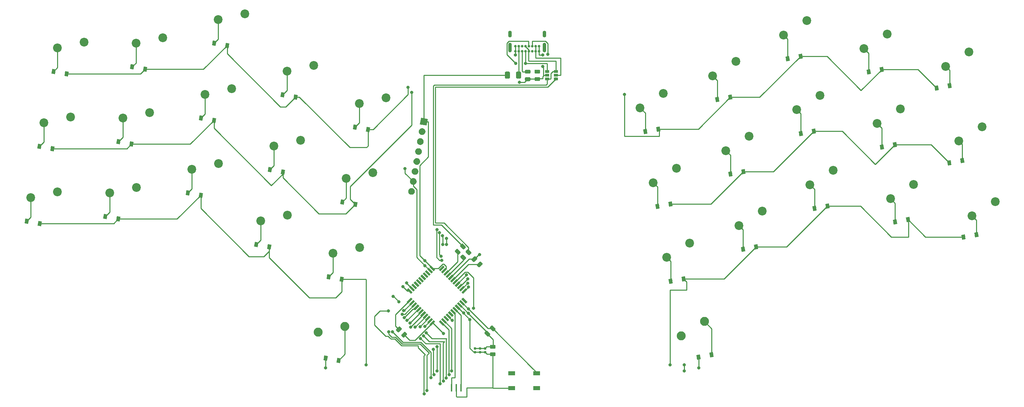
<source format=gbl>
%TF.GenerationSoftware,KiCad,Pcbnew,5.1.6*%
%TF.CreationDate,2020-09-20T21:14:21+03:00*%
%TF.ProjectId,Ball40,42616c6c-3430-42e6-9b69-6361645f7063,rev?*%
%TF.SameCoordinates,Original*%
%TF.FileFunction,Copper,L2,Bot*%
%TF.FilePolarity,Positive*%
%FSLAX46Y46*%
G04 Gerber Fmt 4.6, Leading zero omitted, Abs format (unit mm)*
G04 Created by KiCad (PCBNEW 5.1.6) date 2020-09-20 21:14:21*
%MOMM*%
%LPD*%
G01*
G04 APERTURE LIST*
%TA.AperFunction,SMDPad,CuDef*%
%ADD10R,0.400000X1.900000*%
%TD*%
%TA.AperFunction,SMDPad,CuDef*%
%ADD11C,0.100000*%
%TD*%
%TA.AperFunction,SMDPad,CuDef*%
%ADD12R,1.060000X0.650000*%
%TD*%
%TA.AperFunction,SMDPad,CuDef*%
%ADD13R,1.800000X1.100000*%
%TD*%
%TA.AperFunction,ComponentPad*%
%ADD14C,2.250000*%
%TD*%
%TA.AperFunction,ComponentPad*%
%ADD15C,2.200000*%
%TD*%
%TA.AperFunction,ComponentPad*%
%ADD16C,0.650000*%
%TD*%
%TA.AperFunction,ComponentPad*%
%ADD17O,0.900000X2.400000*%
%TD*%
%TA.AperFunction,ComponentPad*%
%ADD18O,0.900000X1.700000*%
%TD*%
%TA.AperFunction,ComponentPad*%
%ADD19C,0.100000*%
%TD*%
%TA.AperFunction,ViaPad*%
%ADD20C,0.800000*%
%TD*%
%TA.AperFunction,Conductor*%
%ADD21C,0.250000*%
%TD*%
G04 APERTURE END LIST*
D10*
%TO.P,Y1,3*%
%TO.N,Net-(U2-Pad16)*%
X132645000Y-144399000D03*
%TO.P,Y1,2*%
%TO.N,GND*%
X131445000Y-144399000D03*
%TO.P,Y1,1*%
%TO.N,Net-(U2-Pad17)*%
X130245000Y-144399000D03*
%TD*%
%TA.AperFunction,SMDPad,CuDef*%
D11*
%TO.P,U2,44*%
%TO.N,+5V*%
G36*
X126141702Y-114761940D02*
G01*
X125752794Y-115150848D01*
X124692134Y-114090188D01*
X125081042Y-113701280D01*
X126141702Y-114761940D01*
G37*
%TD.AperFunction*%
%TA.AperFunction,SMDPad,CuDef*%
%TO.P,U2,43*%
%TO.N,GND*%
G36*
X125576017Y-115327626D02*
G01*
X125187109Y-115716534D01*
X124126449Y-114655874D01*
X124515357Y-114266966D01*
X125576017Y-115327626D01*
G37*
%TD.AperFunction*%
%TA.AperFunction,SMDPad,CuDef*%
%TO.P,U2,42*%
%TO.N,Net-(U2-Pad42)*%
G36*
X125010332Y-115893311D02*
G01*
X124621424Y-116282219D01*
X123560764Y-115221559D01*
X123949672Y-114832651D01*
X125010332Y-115893311D01*
G37*
%TD.AperFunction*%
%TA.AperFunction,SMDPad,CuDef*%
%TO.P,U2,41*%
%TO.N,Net-(U2-Pad41)*%
G36*
X124444646Y-116458996D02*
G01*
X124055738Y-116847904D01*
X122995078Y-115787244D01*
X123383986Y-115398336D01*
X124444646Y-116458996D01*
G37*
%TD.AperFunction*%
%TA.AperFunction,SMDPad,CuDef*%
%TO.P,U2,40*%
%TO.N,Net-(U2-Pad40)*%
G36*
X123878961Y-117024682D02*
G01*
X123490053Y-117413590D01*
X122429393Y-116352930D01*
X122818301Y-115964022D01*
X123878961Y-117024682D01*
G37*
%TD.AperFunction*%
%TA.AperFunction,SMDPad,CuDef*%
%TO.P,U2,39*%
%TO.N,Net-(U2-Pad39)*%
G36*
X123313275Y-117590367D02*
G01*
X122924367Y-117979275D01*
X121863707Y-116918615D01*
X122252615Y-116529707D01*
X123313275Y-117590367D01*
G37*
%TD.AperFunction*%
%TA.AperFunction,SMDPad,CuDef*%
%TO.P,U2,38*%
%TO.N,Net-(U2-Pad38)*%
G36*
X122747590Y-118156053D02*
G01*
X122358682Y-118544961D01*
X121298022Y-117484301D01*
X121686930Y-117095393D01*
X122747590Y-118156053D01*
G37*
%TD.AperFunction*%
%TA.AperFunction,SMDPad,CuDef*%
%TO.P,U2,37*%
%TO.N,Net-(U2-Pad37)*%
G36*
X122181904Y-118721738D02*
G01*
X121792996Y-119110646D01*
X120732336Y-118049986D01*
X121121244Y-117661078D01*
X122181904Y-118721738D01*
G37*
%TD.AperFunction*%
%TA.AperFunction,SMDPad,CuDef*%
%TO.P,U2,36*%
%TO.N,Net-(U2-Pad36)*%
G36*
X121616219Y-119287424D02*
G01*
X121227311Y-119676332D01*
X120166651Y-118615672D01*
X120555559Y-118226764D01*
X121616219Y-119287424D01*
G37*
%TD.AperFunction*%
%TA.AperFunction,SMDPad,CuDef*%
%TO.P,U2,35*%
%TO.N,GND*%
G36*
X121050534Y-119853109D02*
G01*
X120661626Y-120242017D01*
X119600966Y-119181357D01*
X119989874Y-118792449D01*
X121050534Y-119853109D01*
G37*
%TD.AperFunction*%
%TA.AperFunction,SMDPad,CuDef*%
%TO.P,U2,34*%
%TO.N,+5V*%
G36*
X120484848Y-120418794D02*
G01*
X120095940Y-120807702D01*
X119035280Y-119747042D01*
X119424188Y-119358134D01*
X120484848Y-120418794D01*
G37*
%TD.AperFunction*%
%TA.AperFunction,SMDPad,CuDef*%
%TO.P,U2,33*%
%TO.N,Net-(R6-Pad2)*%
G36*
X120095940Y-121762298D02*
G01*
X120484848Y-122151206D01*
X119424188Y-123211866D01*
X119035280Y-122822958D01*
X120095940Y-121762298D01*
G37*
%TD.AperFunction*%
%TA.AperFunction,SMDPad,CuDef*%
%TO.P,U2,32*%
%TO.N,COL0*%
G36*
X120661626Y-122327983D02*
G01*
X121050534Y-122716891D01*
X119989874Y-123777551D01*
X119600966Y-123388643D01*
X120661626Y-122327983D01*
G37*
%TD.AperFunction*%
%TA.AperFunction,SMDPad,CuDef*%
%TO.P,U2,31*%
%TO.N,COL1*%
G36*
X121227311Y-122893668D02*
G01*
X121616219Y-123282576D01*
X120555559Y-124343236D01*
X120166651Y-123954328D01*
X121227311Y-122893668D01*
G37*
%TD.AperFunction*%
%TA.AperFunction,SMDPad,CuDef*%
%TO.P,U2,30*%
%TO.N,COL2*%
G36*
X121792996Y-123459354D02*
G01*
X122181904Y-123848262D01*
X121121244Y-124908922D01*
X120732336Y-124520014D01*
X121792996Y-123459354D01*
G37*
%TD.AperFunction*%
%TA.AperFunction,SMDPad,CuDef*%
%TO.P,U2,29*%
%TO.N,COL3*%
G36*
X122358682Y-124025039D02*
G01*
X122747590Y-124413947D01*
X121686930Y-125474607D01*
X121298022Y-125085699D01*
X122358682Y-124025039D01*
G37*
%TD.AperFunction*%
%TA.AperFunction,SMDPad,CuDef*%
%TO.P,U2,28*%
%TO.N,COL4*%
G36*
X122924367Y-124590725D02*
G01*
X123313275Y-124979633D01*
X122252615Y-126040293D01*
X121863707Y-125651385D01*
X122924367Y-124590725D01*
G37*
%TD.AperFunction*%
%TA.AperFunction,SMDPad,CuDef*%
%TO.P,U2,27*%
%TO.N,COL9*%
G36*
X123490053Y-125156410D02*
G01*
X123878961Y-125545318D01*
X122818301Y-126605978D01*
X122429393Y-126217070D01*
X123490053Y-125156410D01*
G37*
%TD.AperFunction*%
%TA.AperFunction,SMDPad,CuDef*%
%TO.P,U2,26*%
%TO.N,COL8*%
G36*
X124055738Y-125722096D02*
G01*
X124444646Y-126111004D01*
X123383986Y-127171664D01*
X122995078Y-126782756D01*
X124055738Y-125722096D01*
G37*
%TD.AperFunction*%
%TA.AperFunction,SMDPad,CuDef*%
%TO.P,U2,25*%
%TO.N,COL7*%
G36*
X124621424Y-126287781D02*
G01*
X125010332Y-126676689D01*
X123949672Y-127737349D01*
X123560764Y-127348441D01*
X124621424Y-126287781D01*
G37*
%TD.AperFunction*%
%TA.AperFunction,SMDPad,CuDef*%
%TO.P,U2,24*%
%TO.N,+5V*%
G36*
X125187109Y-126853466D02*
G01*
X125576017Y-127242374D01*
X124515357Y-128303034D01*
X124126449Y-127914126D01*
X125187109Y-126853466D01*
G37*
%TD.AperFunction*%
%TA.AperFunction,SMDPad,CuDef*%
%TO.P,U2,23*%
%TO.N,GND*%
G36*
X125752794Y-127419152D02*
G01*
X126141702Y-127808060D01*
X125081042Y-128868720D01*
X124692134Y-128479812D01*
X125752794Y-127419152D01*
G37*
%TD.AperFunction*%
%TA.AperFunction,SMDPad,CuDef*%
%TO.P,U2,22*%
%TO.N,COL6*%
G36*
X128545866Y-128479812D02*
G01*
X128156958Y-128868720D01*
X127096298Y-127808060D01*
X127485206Y-127419152D01*
X128545866Y-128479812D01*
G37*
%TD.AperFunction*%
%TA.AperFunction,SMDPad,CuDef*%
%TO.P,U2,21*%
%TO.N,COL5*%
G36*
X129111551Y-127914126D02*
G01*
X128722643Y-128303034D01*
X127661983Y-127242374D01*
X128050891Y-126853466D01*
X129111551Y-127914126D01*
G37*
%TD.AperFunction*%
%TA.AperFunction,SMDPad,CuDef*%
%TO.P,U2,20*%
%TO.N,Net-(U2-Pad20)*%
G36*
X129677236Y-127348441D02*
G01*
X129288328Y-127737349D01*
X128227668Y-126676689D01*
X128616576Y-126287781D01*
X129677236Y-127348441D01*
G37*
%TD.AperFunction*%
%TA.AperFunction,SMDPad,CuDef*%
%TO.P,U2,19*%
%TO.N,Net-(J1-Pad6)*%
G36*
X130242922Y-126782756D02*
G01*
X129854014Y-127171664D01*
X128793354Y-126111004D01*
X129182262Y-125722096D01*
X130242922Y-126782756D01*
G37*
%TD.AperFunction*%
%TA.AperFunction,SMDPad,CuDef*%
%TO.P,U2,18*%
%TO.N,Net-(U2-Pad18)*%
G36*
X130808607Y-126217070D02*
G01*
X130419699Y-126605978D01*
X129359039Y-125545318D01*
X129747947Y-125156410D01*
X130808607Y-126217070D01*
G37*
%TD.AperFunction*%
%TA.AperFunction,SMDPad,CuDef*%
%TO.P,U2,17*%
%TO.N,Net-(U2-Pad17)*%
G36*
X131374293Y-125651385D02*
G01*
X130985385Y-126040293D01*
X129924725Y-124979633D01*
X130313633Y-124590725D01*
X131374293Y-125651385D01*
G37*
%TD.AperFunction*%
%TA.AperFunction,SMDPad,CuDef*%
%TO.P,U2,16*%
%TO.N,Net-(U2-Pad16)*%
G36*
X131939978Y-125085699D02*
G01*
X131551070Y-125474607D01*
X130490410Y-124413947D01*
X130879318Y-124025039D01*
X131939978Y-125085699D01*
G37*
%TD.AperFunction*%
%TA.AperFunction,SMDPad,CuDef*%
%TO.P,U2,15*%
%TO.N,GND*%
G36*
X132505664Y-124520014D02*
G01*
X132116756Y-124908922D01*
X131056096Y-123848262D01*
X131445004Y-123459354D01*
X132505664Y-124520014D01*
G37*
%TD.AperFunction*%
%TA.AperFunction,SMDPad,CuDef*%
%TO.P,U2,14*%
%TO.N,+5V*%
G36*
X133071349Y-123954328D02*
G01*
X132682441Y-124343236D01*
X131621781Y-123282576D01*
X132010689Y-122893668D01*
X133071349Y-123954328D01*
G37*
%TD.AperFunction*%
%TA.AperFunction,SMDPad,CuDef*%
%TO.P,U2,13*%
%TO.N,Net-(J1-Pad8)*%
G36*
X133637034Y-123388643D02*
G01*
X133248126Y-123777551D01*
X132187466Y-122716891D01*
X132576374Y-122327983D01*
X133637034Y-123388643D01*
G37*
%TD.AperFunction*%
%TA.AperFunction,SMDPad,CuDef*%
%TO.P,U2,12*%
%TO.N,Net-(U2-Pad12)*%
G36*
X134202720Y-122822958D02*
G01*
X133813812Y-123211866D01*
X132753152Y-122151206D01*
X133142060Y-121762298D01*
X134202720Y-122822958D01*
G37*
%TD.AperFunction*%
%TA.AperFunction,SMDPad,CuDef*%
%TO.P,U2,11*%
%TO.N,Net-(J1-Pad2)*%
G36*
X133813812Y-119358134D02*
G01*
X134202720Y-119747042D01*
X133142060Y-120807702D01*
X132753152Y-120418794D01*
X133813812Y-119358134D01*
G37*
%TD.AperFunction*%
%TA.AperFunction,SMDPad,CuDef*%
%TO.P,U2,10*%
%TO.N,Net-(J1-Pad3)*%
G36*
X133248126Y-118792449D02*
G01*
X133637034Y-119181357D01*
X132576374Y-120242017D01*
X132187466Y-119853109D01*
X133248126Y-118792449D01*
G37*
%TD.AperFunction*%
%TA.AperFunction,SMDPad,CuDef*%
%TO.P,U2,9*%
%TO.N,Net-(J1-Pad4)*%
G36*
X132682441Y-118226764D02*
G01*
X133071349Y-118615672D01*
X132010689Y-119676332D01*
X131621781Y-119287424D01*
X132682441Y-118226764D01*
G37*
%TD.AperFunction*%
%TA.AperFunction,SMDPad,CuDef*%
%TO.P,U2,8*%
%TO.N,Net-(J1-Pad5)*%
G36*
X132116756Y-117661078D02*
G01*
X132505664Y-118049986D01*
X131445004Y-119110646D01*
X131056096Y-118721738D01*
X132116756Y-117661078D01*
G37*
%TD.AperFunction*%
%TA.AperFunction,SMDPad,CuDef*%
%TO.P,U2,7*%
%TO.N,+5V*%
G36*
X131551070Y-117095393D02*
G01*
X131939978Y-117484301D01*
X130879318Y-118544961D01*
X130490410Y-118156053D01*
X131551070Y-117095393D01*
G37*
%TD.AperFunction*%
%TA.AperFunction,SMDPad,CuDef*%
%TO.P,U2,6*%
%TO.N,Net-(C3-Pad1)*%
G36*
X130985385Y-116529707D02*
G01*
X131374293Y-116918615D01*
X130313633Y-117979275D01*
X129924725Y-117590367D01*
X130985385Y-116529707D01*
G37*
%TD.AperFunction*%
%TA.AperFunction,SMDPad,CuDef*%
%TO.P,U2,5*%
%TO.N,GND*%
G36*
X130419699Y-115964022D02*
G01*
X130808607Y-116352930D01*
X129747947Y-117413590D01*
X129359039Y-117024682D01*
X130419699Y-115964022D01*
G37*
%TD.AperFunction*%
%TA.AperFunction,SMDPad,CuDef*%
%TO.P,U2,4*%
%TO.N,Net-(R4-Pad1)*%
G36*
X129854014Y-115398336D02*
G01*
X130242922Y-115787244D01*
X129182262Y-116847904D01*
X128793354Y-116458996D01*
X129854014Y-115398336D01*
G37*
%TD.AperFunction*%
%TA.AperFunction,SMDPad,CuDef*%
%TO.P,U2,3*%
%TO.N,Net-(R5-Pad1)*%
G36*
X129288328Y-114832651D02*
G01*
X129677236Y-115221559D01*
X128616576Y-116282219D01*
X128227668Y-115893311D01*
X129288328Y-114832651D01*
G37*
%TD.AperFunction*%
%TA.AperFunction,SMDPad,CuDef*%
%TO.P,U2,2*%
%TO.N,+5V*%
G36*
X128722643Y-114266966D02*
G01*
X129111551Y-114655874D01*
X128050891Y-115716534D01*
X127661983Y-115327626D01*
X128722643Y-114266966D01*
G37*
%TD.AperFunction*%
%TA.AperFunction,SMDPad,CuDef*%
%TO.P,U2,1*%
%TO.N,Net-(U2-Pad1)*%
G36*
X128156958Y-113701280D02*
G01*
X128545866Y-114090188D01*
X127485206Y-115150848D01*
X127096298Y-114761940D01*
X128156958Y-113701280D01*
G37*
%TD.AperFunction*%
%TD*%
D12*
%TO.P,U1,5*%
%TO.N,VBUS*%
X156464000Y-65913000D03*
%TO.P,U1,6*%
%TO.N,DBUS+*%
X156464000Y-66863000D03*
%TO.P,U1,4*%
%TO.N,DBUS-*%
X156464000Y-64963000D03*
%TO.P,U1,3*%
%TO.N,DBUS+*%
X154264000Y-64963000D03*
%TO.P,U1,2*%
%TO.N,GND*%
X154264000Y-65913000D03*
%TO.P,U1,1*%
%TO.N,DBUS-*%
X154264000Y-66863000D03*
%TD*%
D13*
%TO.P,SW1,4*%
%TO.N,N/C*%
X151563000Y-144471000D03*
%TO.P,SW1,3*%
X145363000Y-140771000D03*
%TO.P,SW1,2*%
%TO.N,Net-(J1-Pad8)*%
X151563000Y-140771000D03*
%TO.P,SW1,1*%
%TO.N,GND*%
X145363000Y-144471000D03*
%TD*%
%TO.P,R6,2*%
%TO.N,Net-(R6-Pad2)*%
%TA.AperFunction,SMDPad,CuDef*%
G36*
G01*
X117733419Y-129788184D02*
X117088184Y-130433419D01*
G75*
G02*
X116743470Y-130433419I-172357J172357D01*
G01*
X116398755Y-130088704D01*
G75*
G02*
X116398755Y-129743990I172357J172357D01*
G01*
X117043990Y-129098755D01*
G75*
G02*
X117388704Y-129098755I172357J-172357D01*
G01*
X117733419Y-129443470D01*
G75*
G02*
X117733419Y-129788184I-172357J-172357D01*
G01*
G37*
%TD.AperFunction*%
%TO.P,R6,1*%
%TO.N,GND*%
%TA.AperFunction,SMDPad,CuDef*%
G36*
G01*
X119059245Y-131114010D02*
X118414010Y-131759245D01*
G75*
G02*
X118069296Y-131759245I-172357J172357D01*
G01*
X117724581Y-131414530D01*
G75*
G02*
X117724581Y-131069816I172357J172357D01*
G01*
X118369816Y-130424581D01*
G75*
G02*
X118714530Y-130424581I172357J-172357D01*
G01*
X119059245Y-130769296D01*
G75*
G02*
X119059245Y-131114010I-172357J-172357D01*
G01*
G37*
%TD.AperFunction*%
%TD*%
%TO.P,R5,2*%
%TO.N,DBUS-*%
%TA.AperFunction,SMDPad,CuDef*%
G36*
G01*
X133101816Y-109605419D02*
X132456581Y-108960184D01*
G75*
G02*
X132456581Y-108615470I172357J172357D01*
G01*
X132801296Y-108270755D01*
G75*
G02*
X133146010Y-108270755I172357J-172357D01*
G01*
X133791245Y-108915990D01*
G75*
G02*
X133791245Y-109260704I-172357J-172357D01*
G01*
X133446530Y-109605419D01*
G75*
G02*
X133101816Y-109605419I-172357J172357D01*
G01*
G37*
%TD.AperFunction*%
%TO.P,R5,1*%
%TO.N,Net-(R5-Pad1)*%
%TA.AperFunction,SMDPad,CuDef*%
G36*
G01*
X131775990Y-110931245D02*
X131130755Y-110286010D01*
G75*
G02*
X131130755Y-109941296I172357J172357D01*
G01*
X131475470Y-109596581D01*
G75*
G02*
X131820184Y-109596581I172357J-172357D01*
G01*
X132465419Y-110241816D01*
G75*
G02*
X132465419Y-110586530I-172357J-172357D01*
G01*
X132120704Y-110931245D01*
G75*
G02*
X131775990Y-110931245I-172357J172357D01*
G01*
G37*
%TD.AperFunction*%
%TD*%
%TO.P,R4,2*%
%TO.N,DBUS+*%
%TA.AperFunction,SMDPad,CuDef*%
G36*
G01*
X134498816Y-111050919D02*
X133853581Y-110405684D01*
G75*
G02*
X133853581Y-110060970I172357J172357D01*
G01*
X134198296Y-109716255D01*
G75*
G02*
X134543010Y-109716255I172357J-172357D01*
G01*
X135188245Y-110361490D01*
G75*
G02*
X135188245Y-110706204I-172357J-172357D01*
G01*
X134843530Y-111050919D01*
G75*
G02*
X134498816Y-111050919I-172357J172357D01*
G01*
G37*
%TD.AperFunction*%
%TO.P,R4,1*%
%TO.N,Net-(R4-Pad1)*%
%TA.AperFunction,SMDPad,CuDef*%
G36*
G01*
X133172990Y-112376745D02*
X132527755Y-111731510D01*
G75*
G02*
X132527755Y-111386796I172357J172357D01*
G01*
X132872470Y-111042081D01*
G75*
G02*
X133217184Y-111042081I172357J-172357D01*
G01*
X133862419Y-111687316D01*
G75*
G02*
X133862419Y-112032030I-172357J-172357D01*
G01*
X133517704Y-112376745D01*
G75*
G02*
X133172990Y-112376745I-172357J172357D01*
G01*
G37*
%TD.AperFunction*%
%TD*%
%TO.P,R3,2*%
%TO.N,Net-(J1-Pad8)*%
%TA.AperFunction,SMDPad,CuDef*%
G36*
G01*
X140546316Y-130179419D02*
X139901081Y-129534184D01*
G75*
G02*
X139901081Y-129189470I172357J172357D01*
G01*
X140245796Y-128844755D01*
G75*
G02*
X140590510Y-128844755I172357J-172357D01*
G01*
X141235745Y-129489990D01*
G75*
G02*
X141235745Y-129834704I-172357J-172357D01*
G01*
X140891030Y-130179419D01*
G75*
G02*
X140546316Y-130179419I-172357J172357D01*
G01*
G37*
%TD.AperFunction*%
%TO.P,R3,1*%
%TO.N,+5V*%
%TA.AperFunction,SMDPad,CuDef*%
G36*
G01*
X139220490Y-131505245D02*
X138575255Y-130860010D01*
G75*
G02*
X138575255Y-130515296I172357J172357D01*
G01*
X138919970Y-130170581D01*
G75*
G02*
X139264684Y-130170581I172357J-172357D01*
G01*
X139909919Y-130815816D01*
G75*
G02*
X139909919Y-131160530I-172357J-172357D01*
G01*
X139565204Y-131505245D01*
G75*
G02*
X139220490Y-131505245I-172357J172357D01*
G01*
G37*
%TD.AperFunction*%
%TD*%
%TO.P,R2,2*%
%TO.N,GND*%
%TA.AperFunction,SMDPad,CuDef*%
G36*
G01*
X148895750Y-66441500D02*
X149808250Y-66441500D01*
G75*
G02*
X150052000Y-66685250I0J-243750D01*
G01*
X150052000Y-67172750D01*
G75*
G02*
X149808250Y-67416500I-243750J0D01*
G01*
X148895750Y-67416500D01*
G75*
G02*
X148652000Y-67172750I0J243750D01*
G01*
X148652000Y-66685250D01*
G75*
G02*
X148895750Y-66441500I243750J0D01*
G01*
G37*
%TD.AperFunction*%
%TO.P,R2,1*%
%TO.N,Net-(J2-PadA5)*%
%TA.AperFunction,SMDPad,CuDef*%
G36*
G01*
X148895750Y-64566500D02*
X149808250Y-64566500D01*
G75*
G02*
X150052000Y-64810250I0J-243750D01*
G01*
X150052000Y-65297750D01*
G75*
G02*
X149808250Y-65541500I-243750J0D01*
G01*
X148895750Y-65541500D01*
G75*
G02*
X148652000Y-65297750I0J243750D01*
G01*
X148652000Y-64810250D01*
G75*
G02*
X148895750Y-64566500I243750J0D01*
G01*
G37*
%TD.AperFunction*%
%TD*%
%TO.P,R1,2*%
%TO.N,GND*%
%TA.AperFunction,SMDPad,CuDef*%
G36*
G01*
X151308750Y-66411500D02*
X152221250Y-66411500D01*
G75*
G02*
X152465000Y-66655250I0J-243750D01*
G01*
X152465000Y-67142750D01*
G75*
G02*
X152221250Y-67386500I-243750J0D01*
G01*
X151308750Y-67386500D01*
G75*
G02*
X151065000Y-67142750I0J243750D01*
G01*
X151065000Y-66655250D01*
G75*
G02*
X151308750Y-66411500I243750J0D01*
G01*
G37*
%TD.AperFunction*%
%TO.P,R1,1*%
%TO.N,Net-(J2-PadB5)*%
%TA.AperFunction,SMDPad,CuDef*%
G36*
G01*
X151308750Y-64536500D02*
X152221250Y-64536500D01*
G75*
G02*
X152465000Y-64780250I0J-243750D01*
G01*
X152465000Y-65267750D01*
G75*
G02*
X152221250Y-65511500I-243750J0D01*
G01*
X151308750Y-65511500D01*
G75*
G02*
X151065000Y-65267750I0J243750D01*
G01*
X151065000Y-64780250D01*
G75*
G02*
X151308750Y-64536500I243750J0D01*
G01*
G37*
%TD.AperFunction*%
%TD*%
D14*
%TO.P,MX32,2*%
%TO.N,Net-(D32-Pad2)*%
X193643279Y-127779110D03*
%TO.P,MX32,1*%
%TO.N,COL5*%
X187830816Y-131383188D03*
%TD*%
%TO.P,MX31,2*%
%TO.N,Net-(D31-Pad2)*%
X103536721Y-129049110D03*
%TO.P,MX31,1*%
%TO.N,COL4*%
X96842126Y-130447856D03*
%TD*%
D15*
%TO.P,MX30,2*%
%TO.N,Net-(D30-Pad2)*%
X260760537Y-101267078D03*
%TO.P,MX30,1*%
%TO.N,COL9*%
X266573000Y-97663000D03*
%TD*%
%TO.P,MX29,2*%
%TO.N,Net-(D29-Pad2)*%
X240313537Y-96949078D03*
%TO.P,MX29,1*%
%TO.N,COL8*%
X246126000Y-93345000D03*
%TD*%
%TO.P,MX28,2*%
%TO.N,Net-(D28-Pad2)*%
X220120537Y-93410188D03*
%TO.P,MX28,1*%
%TO.N,COL7*%
X225933000Y-89806110D03*
%TD*%
%TO.P,MX27,2*%
%TO.N,Net-(D27-Pad2)*%
X202340537Y-103680078D03*
%TO.P,MX27,1*%
%TO.N,COL6*%
X208153000Y-100076000D03*
%TD*%
%TO.P,MX26,2*%
%TO.N,Net-(D26-Pad2)*%
X184179537Y-111681078D03*
%TO.P,MX26,1*%
%TO.N,COL5*%
X189992000Y-108077000D03*
%TD*%
%TO.P,MX25,2*%
%TO.N,Net-(D25-Pad2)*%
X100574948Y-110628989D03*
%TO.P,MX25,1*%
%TO.N,COL4*%
X107269544Y-109230243D03*
%TD*%
%TO.P,MX24,2*%
%TO.N,Net-(D24-Pad2)*%
X82413948Y-102500989D03*
%TO.P,MX24,1*%
%TO.N,COL3*%
X89108544Y-101102243D03*
%TD*%
%TO.P,MX23,2*%
%TO.N,Net-(D23-Pad2)*%
X65141948Y-89536746D03*
%TO.P,MX23,1*%
%TO.N,COL2*%
X71836544Y-88138000D03*
%TD*%
%TO.P,MX22,2*%
%TO.N,Net-(D22-Pad2)*%
X44567948Y-95505746D03*
%TO.P,MX22,1*%
%TO.N,COL1*%
X51262544Y-94107000D03*
%TD*%
%TO.P,MX21,2*%
%TO.N,Net-(D21-Pad2)*%
X257458537Y-82471078D03*
%TO.P,MX21,1*%
%TO.N,COL9*%
X263271000Y-78867000D03*
%TD*%
%TO.P,MX20,2*%
%TO.N,Net-(D20-Pad2)*%
X236979816Y-78043188D03*
%TO.P,MX20,1*%
%TO.N,COL8*%
X242792279Y-74439110D03*
%TD*%
%TO.P,MX19,2*%
%TO.N,Net-(D19-Pad2)*%
X216818537Y-74597078D03*
%TO.P,MX19,1*%
%TO.N,COL7*%
X222631000Y-70993000D03*
%TD*%
%TO.P,MX18,2*%
%TO.N,Net-(D18-Pad2)*%
X199038537Y-84884078D03*
%TO.P,MX18,1*%
%TO.N,COL6*%
X204851000Y-81280000D03*
%TD*%
%TO.P,MX17,2*%
%TO.N,Net-(D17-Pad2)*%
X180845816Y-92902188D03*
%TO.P,MX17,1*%
%TO.N,COL5*%
X186658279Y-89298110D03*
%TD*%
%TO.P,MX16,2*%
%TO.N,Net-(D16-Pad2)*%
X103876948Y-91832989D03*
%TO.P,MX16,1*%
%TO.N,COL4*%
X110571544Y-90434243D03*
%TD*%
%TO.P,MX15,2*%
%TO.N,Net-(D15-Pad2)*%
X85715948Y-83704989D03*
%TO.P,MX15,1*%
%TO.N,COL3*%
X92410544Y-82306243D03*
%TD*%
%TO.P,MX14,2*%
%TO.N,Net-(D14-Pad2)*%
X68489404Y-70740746D03*
%TO.P,MX14,1*%
%TO.N,COL2*%
X75184000Y-69342000D03*
%TD*%
%TO.P,MX13,2*%
%TO.N,Net-(D13-Pad2)*%
X47869948Y-76719989D03*
%TO.P,MX13,1*%
%TO.N,COL1*%
X54564544Y-75321243D03*
%TD*%
%TO.P,MX12,2*%
%TO.N,Net-(D12-Pad2)*%
X254124816Y-63692188D03*
%TO.P,MX12,1*%
%TO.N,COL9*%
X259937279Y-60088110D03*
%TD*%
%TO.P,MX11,2*%
%TO.N,Net-(D11-Pad2)*%
X233677816Y-59247188D03*
%TO.P,MX11,1*%
%TO.N,COL8*%
X239490279Y-55643110D03*
%TD*%
%TO.P,MX10,2*%
%TO.N,Net-(D10-Pad2)*%
X213484816Y-55818188D03*
%TO.P,MX10,1*%
%TO.N,COL7*%
X219297279Y-52214110D03*
%TD*%
%TO.P,MX9,2*%
%TO.N,Net-(D9-Pad2)*%
X24755948Y-96658989D03*
%TO.P,MX9,1*%
%TO.N,COL0*%
X31450544Y-95260243D03*
%TD*%
%TO.P,MX8,2*%
%TO.N,Net-(D8-Pad2)*%
X195704816Y-66105188D03*
%TO.P,MX8,1*%
%TO.N,COL6*%
X201517279Y-62501110D03*
%TD*%
%TO.P,MX7,2*%
%TO.N,Net-(D7-Pad2)*%
X177543816Y-74106188D03*
%TO.P,MX7,1*%
%TO.N,COL5*%
X183356279Y-70502110D03*
%TD*%
%TO.P,MX6,2*%
%TO.N,Net-(D6-Pad2)*%
X107178948Y-73036989D03*
%TO.P,MX6,1*%
%TO.N,COL4*%
X113873544Y-71638243D03*
%TD*%
%TO.P,MX5,2*%
%TO.N,Net-(D5-Pad2)*%
X28057948Y-77862989D03*
%TO.P,MX5,1*%
%TO.N,COL0*%
X34752544Y-76464243D03*
%TD*%
%TO.P,MX4,2*%
%TO.N,Net-(D4-Pad2)*%
X89017948Y-64908989D03*
%TO.P,MX4,1*%
%TO.N,COL3*%
X95712544Y-63510243D03*
%TD*%
%TO.P,MX3,2*%
%TO.N,Net-(D3-Pad2)*%
X71745948Y-51954989D03*
%TO.P,MX3,1*%
%TO.N,COL2*%
X78440544Y-50556243D03*
%TD*%
%TO.P,MX2,2*%
%TO.N,Net-(D2-Pad2)*%
X51171948Y-57923989D03*
%TO.P,MX2,1*%
%TO.N,COL1*%
X57866544Y-56525243D03*
%TD*%
%TO.P,MX1,2*%
%TO.N,Net-(D1-Pad2)*%
X31486948Y-59066989D03*
%TO.P,MX1,1*%
%TO.N,COL0*%
X38181544Y-57668243D03*
%TD*%
D16*
%TO.P,J2,A5*%
%TO.N,Net-(J2-PadA5)*%
X147950000Y-59948000D03*
%TO.P,J2,A1*%
%TO.N,GND*%
X146250000Y-59948000D03*
%TO.P,J2,A4*%
%TO.N,VBUS*%
X147100000Y-59948000D03*
%TO.P,J2,A6*%
%TO.N,DBUS+*%
X148800000Y-59948000D03*
%TO.P,J2,A7*%
%TO.N,DBUS-*%
X149650000Y-59948000D03*
%TO.P,J2,A8*%
%TO.N,Net-(J2-PadA8)*%
X150500000Y-59948000D03*
%TO.P,J2,A9*%
%TO.N,VBUS*%
X151350000Y-59948000D03*
%TO.P,J2,A12*%
%TO.N,GND*%
X152200000Y-59948000D03*
%TO.P,J2,B12*%
X146250000Y-58623000D03*
%TO.P,J2,B9*%
%TO.N,VBUS*%
X147105000Y-58623000D03*
%TO.P,J2,B8*%
%TO.N,Net-(J2-PadB8)*%
X147955000Y-58623000D03*
%TO.P,J2,B7*%
%TO.N,DBUS-*%
X148805000Y-58623000D03*
%TO.P,J2,B6*%
%TO.N,DBUS+*%
X149655000Y-58623000D03*
%TO.P,J2,B5*%
%TO.N,Net-(J2-PadB5)*%
X150505000Y-58623000D03*
%TO.P,J2,B4*%
%TO.N,VBUS*%
X151355000Y-58623000D03*
%TO.P,J2,B1*%
%TO.N,GND*%
X152205000Y-58623000D03*
D17*
%TO.P,J2,S1*%
X144900000Y-58968000D03*
X153550000Y-58968000D03*
D18*
X144900000Y-55588000D03*
X153550000Y-55588000D03*
%TD*%
%TO.P,J1,8*%
%TO.N,Net-(J1-Pad8)*%
%TA.AperFunction,ComponentPad*%
G36*
G01*
X119392448Y-94959281D02*
X119392448Y-94959281D01*
G75*
G02*
X120377136Y-94269795I837087J-147601D01*
G01*
X120377136Y-94269795D01*
G75*
G02*
X121066622Y-95254483I-147601J-837087D01*
G01*
X121066622Y-95254483D01*
G75*
G02*
X120081934Y-95943969I-837087J147601D01*
G01*
X120081934Y-95943969D01*
G75*
G02*
X119392448Y-94959281I147601J837087D01*
G01*
G37*
%TD.AperFunction*%
%TO.P,J1,7*%
%TO.N,GND*%
%TA.AperFunction,ComponentPad*%
G36*
G01*
X119833515Y-92457869D02*
X119833515Y-92457869D01*
G75*
G02*
X120818203Y-91768383I837087J-147601D01*
G01*
X120818203Y-91768383D01*
G75*
G02*
X121507689Y-92753071I-147601J-837087D01*
G01*
X121507689Y-92753071D01*
G75*
G02*
X120523001Y-93442557I-837087J147601D01*
G01*
X120523001Y-93442557D01*
G75*
G02*
X119833515Y-92457869I147601J837087D01*
G01*
G37*
%TD.AperFunction*%
%TO.P,J1,6*%
%TO.N,Net-(J1-Pad6)*%
%TA.AperFunction,ComponentPad*%
G36*
G01*
X120274581Y-89956457D02*
X120274581Y-89956457D01*
G75*
G02*
X121259269Y-89266971I837087J-147601D01*
G01*
X121259269Y-89266971D01*
G75*
G02*
X121948755Y-90251659I-147601J-837087D01*
G01*
X121948755Y-90251659D01*
G75*
G02*
X120964067Y-90941145I-837087J147601D01*
G01*
X120964067Y-90941145D01*
G75*
G02*
X120274581Y-89956457I147601J837087D01*
G01*
G37*
%TD.AperFunction*%
%TO.P,J1,5*%
%TO.N,Net-(J1-Pad5)*%
%TA.AperFunction,ComponentPad*%
G36*
G01*
X120715648Y-87455046D02*
X120715648Y-87455046D01*
G75*
G02*
X121700336Y-86765560I837087J-147601D01*
G01*
X121700336Y-86765560D01*
G75*
G02*
X122389822Y-87750248I-147601J-837087D01*
G01*
X122389822Y-87750248D01*
G75*
G02*
X121405134Y-88439734I-837087J147601D01*
G01*
X121405134Y-88439734D01*
G75*
G02*
X120715648Y-87455046I147601J837087D01*
G01*
G37*
%TD.AperFunction*%
%TO.P,J1,4*%
%TO.N,Net-(J1-Pad4)*%
%TA.AperFunction,ComponentPad*%
G36*
G01*
X121156714Y-84953634D02*
X121156714Y-84953634D01*
G75*
G02*
X122141402Y-84264148I837087J-147601D01*
G01*
X122141402Y-84264148D01*
G75*
G02*
X122830888Y-85248836I-147601J-837087D01*
G01*
X122830888Y-85248836D01*
G75*
G02*
X121846200Y-85938322I-837087J147601D01*
G01*
X121846200Y-85938322D01*
G75*
G02*
X121156714Y-84953634I147601J837087D01*
G01*
G37*
%TD.AperFunction*%
%TO.P,J1,3*%
%TO.N,Net-(J1-Pad3)*%
%TA.AperFunction,ComponentPad*%
G36*
G01*
X121597780Y-82452222D02*
X121597780Y-82452222D01*
G75*
G02*
X122582468Y-81762736I837087J-147601D01*
G01*
X122582468Y-81762736D01*
G75*
G02*
X123271954Y-82747424I-147601J-837087D01*
G01*
X123271954Y-82747424D01*
G75*
G02*
X122287266Y-83436910I-837087J147601D01*
G01*
X122287266Y-83436910D01*
G75*
G02*
X121597780Y-82452222I147601J837087D01*
G01*
G37*
%TD.AperFunction*%
%TO.P,J1,2*%
%TO.N,Net-(J1-Pad2)*%
%TA.AperFunction,ComponentPad*%
G36*
G01*
X122038847Y-79950811D02*
X122038847Y-79950811D01*
G75*
G02*
X123023535Y-79261325I837087J-147601D01*
G01*
X123023535Y-79261325D01*
G75*
G02*
X123713021Y-80246013I-147601J-837087D01*
G01*
X123713021Y-80246013D01*
G75*
G02*
X122728333Y-80935499I-837087J147601D01*
G01*
X122728333Y-80935499D01*
G75*
G02*
X122038847Y-79950811I147601J837087D01*
G01*
G37*
%TD.AperFunction*%
%TA.AperFunction,ComponentPad*%
D19*
%TO.P,J1,1*%
%TO.N,+5V*%
G36*
X122332312Y-78286486D02*
G01*
X122627514Y-76612312D01*
X124301688Y-76907514D01*
X124006486Y-78581688D01*
X122332312Y-78286486D01*
G37*
%TD.AperFunction*%
%TD*%
%TO.P,F1,2*%
%TO.N,VBUS*%
%TA.AperFunction,SMDPad,CuDef*%
G36*
G01*
X146441000Y-66538000D02*
X146441000Y-65288000D01*
G75*
G02*
X146691000Y-65038000I250000J0D01*
G01*
X147441000Y-65038000D01*
G75*
G02*
X147691000Y-65288000I0J-250000D01*
G01*
X147691000Y-66538000D01*
G75*
G02*
X147441000Y-66788000I-250000J0D01*
G01*
X146691000Y-66788000D01*
G75*
G02*
X146441000Y-66538000I0J250000D01*
G01*
G37*
%TD.AperFunction*%
%TO.P,F1,1*%
%TO.N,+5V*%
%TA.AperFunction,SMDPad,CuDef*%
G36*
G01*
X143641000Y-66538000D02*
X143641000Y-65288000D01*
G75*
G02*
X143891000Y-65038000I250000J0D01*
G01*
X144641000Y-65038000D01*
G75*
G02*
X144891000Y-65288000I0J-250000D01*
G01*
X144891000Y-66538000D01*
G75*
G02*
X144641000Y-66788000I-250000J0D01*
G01*
X143891000Y-66788000D01*
G75*
G02*
X143641000Y-66538000I0J250000D01*
G01*
G37*
%TD.AperFunction*%
%TD*%
%TA.AperFunction,SMDPad,CuDef*%
D11*
%TO.P,D32,2*%
%TO.N,Net-(D32-Pad2)*%
G36*
X195087958Y-136780507D02*
G01*
X194879581Y-135598738D01*
X195765908Y-135442455D01*
X195974285Y-136624224D01*
X195087958Y-136780507D01*
G37*
%TD.AperFunction*%
%TA.AperFunction,SMDPad,CuDef*%
%TO.P,D32,1*%
%TO.N,ROW3*%
G36*
X191838092Y-137353545D02*
G01*
X191629715Y-136171776D01*
X192516042Y-136015493D01*
X192724419Y-137197262D01*
X191838092Y-137353545D01*
G37*
%TD.AperFunction*%
%TD*%
%TA.AperFunction,SMDPad,CuDef*%
%TO.P,D31,2*%
%TO.N,Net-(D31-Pad2)*%
G36*
X101407581Y-138086262D02*
G01*
X101615958Y-136904493D01*
X102502285Y-137060776D01*
X102293908Y-138242545D01*
X101407581Y-138086262D01*
G37*
%TD.AperFunction*%
%TA.AperFunction,SMDPad,CuDef*%
%TO.P,D31,1*%
%TO.N,ROW3*%
G36*
X98157715Y-137513224D02*
G01*
X98366092Y-136331455D01*
X99252419Y-136487738D01*
X99044042Y-137669507D01*
X98157715Y-137513224D01*
G37*
%TD.AperFunction*%
%TD*%
%TA.AperFunction,SMDPad,CuDef*%
%TO.P,D30,2*%
%TO.N,Net-(D30-Pad2)*%
G36*
X261508958Y-106681507D02*
G01*
X261300581Y-105499738D01*
X262186908Y-105343455D01*
X262395285Y-106525224D01*
X261508958Y-106681507D01*
G37*
%TD.AperFunction*%
%TA.AperFunction,SMDPad,CuDef*%
%TO.P,D30,1*%
%TO.N,ROW2*%
G36*
X258259092Y-107254545D02*
G01*
X258050715Y-106072776D01*
X258937042Y-105916493D01*
X259145419Y-107098262D01*
X258259092Y-107254545D01*
G37*
%TD.AperFunction*%
%TD*%
%TA.AperFunction,SMDPad,CuDef*%
%TO.P,D29,2*%
%TO.N,Net-(D29-Pad2)*%
G36*
X241792042Y-102106493D02*
G01*
X242000419Y-103288262D01*
X241114092Y-103444545D01*
X240905715Y-102262776D01*
X241792042Y-102106493D01*
G37*
%TD.AperFunction*%
%TA.AperFunction,SMDPad,CuDef*%
%TO.P,D29,1*%
%TO.N,ROW2*%
G36*
X245041908Y-101533455D02*
G01*
X245250285Y-102715224D01*
X244363958Y-102871507D01*
X244155581Y-101689738D01*
X245041908Y-101533455D01*
G37*
%TD.AperFunction*%
%TD*%
%TA.AperFunction,SMDPad,CuDef*%
%TO.P,D28,2*%
%TO.N,Net-(D28-Pad2)*%
G36*
X221599042Y-98677493D02*
G01*
X221807419Y-99859262D01*
X220921092Y-100015545D01*
X220712715Y-98833776D01*
X221599042Y-98677493D01*
G37*
%TD.AperFunction*%
%TA.AperFunction,SMDPad,CuDef*%
%TO.P,D28,1*%
%TO.N,ROW2*%
G36*
X224848908Y-98104455D02*
G01*
X225057285Y-99286224D01*
X224170958Y-99442507D01*
X223962581Y-98260738D01*
X224848908Y-98104455D01*
G37*
%TD.AperFunction*%
%TD*%
%TA.AperFunction,SMDPad,CuDef*%
%TO.P,D27,2*%
%TO.N,Net-(D27-Pad2)*%
G36*
X203692042Y-108964493D02*
G01*
X203900419Y-110146262D01*
X203014092Y-110302545D01*
X202805715Y-109120776D01*
X203692042Y-108964493D01*
G37*
%TD.AperFunction*%
%TA.AperFunction,SMDPad,CuDef*%
%TO.P,D27,1*%
%TO.N,ROW2*%
G36*
X206941908Y-108391455D02*
G01*
X207150285Y-109573224D01*
X206263958Y-109729507D01*
X206055581Y-108547738D01*
X206941908Y-108391455D01*
G37*
%TD.AperFunction*%
%TD*%
%TA.AperFunction,SMDPad,CuDef*%
%TO.P,D26,2*%
%TO.N,Net-(D26-Pad2)*%
G36*
X185532042Y-116965493D02*
G01*
X185740419Y-118147262D01*
X184854092Y-118303545D01*
X184645715Y-117121776D01*
X185532042Y-116965493D01*
G37*
%TD.AperFunction*%
%TA.AperFunction,SMDPad,CuDef*%
%TO.P,D26,1*%
%TO.N,ROW2*%
G36*
X188781908Y-116392455D02*
G01*
X188990285Y-117574224D01*
X188103958Y-117730507D01*
X187895581Y-116548738D01*
X188781908Y-116392455D01*
G37*
%TD.AperFunction*%
%TD*%
%TA.AperFunction,SMDPad,CuDef*%
%TO.P,D25,2*%
%TO.N,Net-(D25-Pad2)*%
G36*
X100014419Y-116040738D02*
G01*
X99806042Y-117222507D01*
X98919715Y-117066224D01*
X99128092Y-115884455D01*
X100014419Y-116040738D01*
G37*
%TD.AperFunction*%
%TA.AperFunction,SMDPad,CuDef*%
%TO.P,D25,1*%
%TO.N,ROW2*%
G36*
X103264285Y-116613776D02*
G01*
X103055908Y-117795545D01*
X102169581Y-117639262D01*
X102377958Y-116457493D01*
X103264285Y-116613776D01*
G37*
%TD.AperFunction*%
%TD*%
%TA.AperFunction,SMDPad,CuDef*%
%TO.P,D24,2*%
%TO.N,Net-(D24-Pad2)*%
G36*
X81852419Y-107912738D02*
G01*
X81644042Y-109094507D01*
X80757715Y-108938224D01*
X80966092Y-107756455D01*
X81852419Y-107912738D01*
G37*
%TD.AperFunction*%
%TA.AperFunction,SMDPad,CuDef*%
%TO.P,D24,1*%
%TO.N,ROW2*%
G36*
X85102285Y-108485776D02*
G01*
X84893908Y-109667545D01*
X84007581Y-109511262D01*
X84215958Y-108329493D01*
X85102285Y-108485776D01*
G37*
%TD.AperFunction*%
%TD*%
%TA.AperFunction,SMDPad,CuDef*%
%TO.P,D23,2*%
%TO.N,Net-(D23-Pad2)*%
G36*
X64708419Y-94958738D02*
G01*
X64500042Y-96140507D01*
X63613715Y-95984224D01*
X63822092Y-94802455D01*
X64708419Y-94958738D01*
G37*
%TD.AperFunction*%
%TA.AperFunction,SMDPad,CuDef*%
%TO.P,D23,1*%
%TO.N,ROW2*%
G36*
X67958285Y-95531776D02*
G01*
X67749908Y-96713545D01*
X66863581Y-96557262D01*
X67071958Y-95375493D01*
X67958285Y-95531776D01*
G37*
%TD.AperFunction*%
%TD*%
%TA.AperFunction,SMDPad,CuDef*%
%TO.P,D22,2*%
%TO.N,Net-(D22-Pad2)*%
G36*
X44007419Y-100927738D02*
G01*
X43799042Y-102109507D01*
X42912715Y-101953224D01*
X43121092Y-100771455D01*
X44007419Y-100927738D01*
G37*
%TD.AperFunction*%
%TA.AperFunction,SMDPad,CuDef*%
%TO.P,D22,1*%
%TO.N,ROW2*%
G36*
X47257285Y-101500776D02*
G01*
X47048908Y-102682545D01*
X46162581Y-102526262D01*
X46370958Y-101344493D01*
X47257285Y-101500776D01*
G37*
%TD.AperFunction*%
%TD*%
%TA.AperFunction,SMDPad,CuDef*%
%TO.P,D21,2*%
%TO.N,Net-(D21-Pad2)*%
G36*
X257952958Y-88012507D02*
G01*
X257744581Y-86830738D01*
X258630908Y-86674455D01*
X258839285Y-87856224D01*
X257952958Y-88012507D01*
G37*
%TD.AperFunction*%
%TA.AperFunction,SMDPad,CuDef*%
%TO.P,D21,1*%
%TO.N,ROW1*%
G36*
X254703092Y-88585545D02*
G01*
X254494715Y-87403776D01*
X255381042Y-87247493D01*
X255589419Y-88429262D01*
X254703092Y-88585545D01*
G37*
%TD.AperFunction*%
%TD*%
%TA.AperFunction,SMDPad,CuDef*%
%TO.P,D20,2*%
%TO.N,Net-(D20-Pad2)*%
G36*
X238490042Y-83310493D02*
G01*
X238698419Y-84492262D01*
X237812092Y-84648545D01*
X237603715Y-83466776D01*
X238490042Y-83310493D01*
G37*
%TD.AperFunction*%
%TA.AperFunction,SMDPad,CuDef*%
%TO.P,D20,1*%
%TO.N,ROW1*%
G36*
X241739908Y-82737455D02*
G01*
X241948285Y-83919224D01*
X241061958Y-84075507D01*
X240853581Y-82893738D01*
X241739908Y-82737455D01*
G37*
%TD.AperFunction*%
%TD*%
%TA.AperFunction,SMDPad,CuDef*%
%TO.P,D19,2*%
%TO.N,Net-(D19-Pad2)*%
G36*
X218170042Y-79881493D02*
G01*
X218378419Y-81063262D01*
X217492092Y-81219545D01*
X217283715Y-80037776D01*
X218170042Y-79881493D01*
G37*
%TD.AperFunction*%
%TA.AperFunction,SMDPad,CuDef*%
%TO.P,D19,1*%
%TO.N,ROW1*%
G36*
X221419908Y-79308455D02*
G01*
X221628285Y-80490224D01*
X220741958Y-80646507D01*
X220533581Y-79464738D01*
X221419908Y-79308455D01*
G37*
%TD.AperFunction*%
%TD*%
%TA.AperFunction,SMDPad,CuDef*%
%TO.P,D18,2*%
%TO.N,Net-(D18-Pad2)*%
G36*
X200517042Y-90041493D02*
G01*
X200725419Y-91223262D01*
X199839092Y-91379545D01*
X199630715Y-90197776D01*
X200517042Y-90041493D01*
G37*
%TD.AperFunction*%
%TA.AperFunction,SMDPad,CuDef*%
%TO.P,D18,1*%
%TO.N,ROW1*%
G36*
X203766908Y-89468455D02*
G01*
X203975285Y-90650224D01*
X203088958Y-90806507D01*
X202880581Y-89624738D01*
X203766908Y-89468455D01*
G37*
%TD.AperFunction*%
%TD*%
%TA.AperFunction,SMDPad,CuDef*%
%TO.P,D17,2*%
%TO.N,Net-(D17-Pad2)*%
G36*
X182229042Y-98169493D02*
G01*
X182437419Y-99351262D01*
X181551092Y-99507545D01*
X181342715Y-98325776D01*
X182229042Y-98169493D01*
G37*
%TD.AperFunction*%
%TA.AperFunction,SMDPad,CuDef*%
%TO.P,D17,1*%
%TO.N,ROW1*%
G36*
X185478908Y-97596455D02*
G01*
X185687285Y-98778224D01*
X184800958Y-98934507D01*
X184592581Y-97752738D01*
X185478908Y-97596455D01*
G37*
%TD.AperFunction*%
%TD*%
%TA.AperFunction,SMDPad,CuDef*%
%TO.P,D16,2*%
%TO.N,Net-(D16-Pad2)*%
G36*
X103443419Y-97244738D02*
G01*
X103235042Y-98426507D01*
X102348715Y-98270224D01*
X102557092Y-97088455D01*
X103443419Y-97244738D01*
G37*
%TD.AperFunction*%
%TA.AperFunction,SMDPad,CuDef*%
%TO.P,D16,1*%
%TO.N,ROW1*%
G36*
X106693285Y-97817776D02*
G01*
X106484908Y-98999545D01*
X105598581Y-98843262D01*
X105806958Y-97661493D01*
X106693285Y-97817776D01*
G37*
%TD.AperFunction*%
%TD*%
%TA.AperFunction,SMDPad,CuDef*%
%TO.P,D15,2*%
%TO.N,Net-(D15-Pad2)*%
G36*
X85282419Y-89116738D02*
G01*
X85074042Y-90298507D01*
X84187715Y-90142224D01*
X84396092Y-88960455D01*
X85282419Y-89116738D01*
G37*
%TD.AperFunction*%
%TA.AperFunction,SMDPad,CuDef*%
%TO.P,D15,1*%
%TO.N,ROW1*%
G36*
X88532285Y-89689776D02*
G01*
X88323908Y-90871545D01*
X87437581Y-90715262D01*
X87645958Y-89533493D01*
X88532285Y-89689776D01*
G37*
%TD.AperFunction*%
%TD*%
%TA.AperFunction,SMDPad,CuDef*%
%TO.P,D14,2*%
%TO.N,Net-(D14-Pad2)*%
G36*
X68010419Y-76162738D02*
G01*
X67802042Y-77344507D01*
X66915715Y-77188224D01*
X67124092Y-76006455D01*
X68010419Y-76162738D01*
G37*
%TD.AperFunction*%
%TA.AperFunction,SMDPad,CuDef*%
%TO.P,D14,1*%
%TO.N,ROW1*%
G36*
X71260285Y-76735776D02*
G01*
X71051908Y-77917545D01*
X70165581Y-77761262D01*
X70373958Y-76579493D01*
X71260285Y-76735776D01*
G37*
%TD.AperFunction*%
%TD*%
%TA.AperFunction,SMDPad,CuDef*%
%TO.P,D13,2*%
%TO.N,Net-(D13-Pad2)*%
G36*
X47309419Y-82131738D02*
G01*
X47101042Y-83313507D01*
X46214715Y-83157224D01*
X46423092Y-81975455D01*
X47309419Y-82131738D01*
G37*
%TD.AperFunction*%
%TA.AperFunction,SMDPad,CuDef*%
%TO.P,D13,1*%
%TO.N,ROW1*%
G36*
X50559285Y-82704776D02*
G01*
X50350908Y-83886545D01*
X49464581Y-83730262D01*
X49672958Y-82548493D01*
X50559285Y-82704776D01*
G37*
%TD.AperFunction*%
%TD*%
%TA.AperFunction,SMDPad,CuDef*%
%TO.P,D12,2*%
%TO.N,Net-(D12-Pad2)*%
G36*
X254777958Y-69216507D02*
G01*
X254569581Y-68034738D01*
X255455908Y-67878455D01*
X255664285Y-69060224D01*
X254777958Y-69216507D01*
G37*
%TD.AperFunction*%
%TA.AperFunction,SMDPad,CuDef*%
%TO.P,D12,1*%
%TO.N,ROW0*%
G36*
X251528092Y-69789545D02*
G01*
X251319715Y-68607776D01*
X252206042Y-68451493D01*
X252414419Y-69633262D01*
X251528092Y-69789545D01*
G37*
%TD.AperFunction*%
%TD*%
%TA.AperFunction,SMDPad,CuDef*%
%TO.P,D11,2*%
%TO.N,Net-(D11-Pad2)*%
G36*
X235188042Y-64387493D02*
G01*
X235396419Y-65569262D01*
X234510092Y-65725545D01*
X234301715Y-64543776D01*
X235188042Y-64387493D01*
G37*
%TD.AperFunction*%
%TA.AperFunction,SMDPad,CuDef*%
%TO.P,D11,1*%
%TO.N,ROW0*%
G36*
X238437908Y-63814455D02*
G01*
X238646285Y-64996224D01*
X237759958Y-65152507D01*
X237551581Y-63970738D01*
X238437908Y-63814455D01*
G37*
%TD.AperFunction*%
%TD*%
%TA.AperFunction,SMDPad,CuDef*%
%TO.P,D10,2*%
%TO.N,Net-(D10-Pad2)*%
G36*
X214868042Y-61085493D02*
G01*
X215076419Y-62267262D01*
X214190092Y-62423545D01*
X213981715Y-61241776D01*
X214868042Y-61085493D01*
G37*
%TD.AperFunction*%
%TA.AperFunction,SMDPad,CuDef*%
%TO.P,D10,1*%
%TO.N,ROW0*%
G36*
X218117908Y-60512455D02*
G01*
X218326285Y-61694224D01*
X217439958Y-61850507D01*
X217231581Y-60668738D01*
X218117908Y-60512455D01*
G37*
%TD.AperFunction*%
%TD*%
%TA.AperFunction,SMDPad,CuDef*%
%TO.P,D9,2*%
%TO.N,Net-(D9-Pad2)*%
G36*
X24322419Y-102070738D02*
G01*
X24114042Y-103252507D01*
X23227715Y-103096224D01*
X23436092Y-101914455D01*
X24322419Y-102070738D01*
G37*
%TD.AperFunction*%
%TA.AperFunction,SMDPad,CuDef*%
%TO.P,D9,1*%
%TO.N,ROW2*%
G36*
X27572285Y-102643776D02*
G01*
X27363908Y-103825545D01*
X26477581Y-103669262D01*
X26685958Y-102487493D01*
X27572285Y-102643776D01*
G37*
%TD.AperFunction*%
%TD*%
%TA.AperFunction,SMDPad,CuDef*%
%TO.P,D8,2*%
%TO.N,Net-(D8-Pad2)*%
G36*
X197215042Y-71372493D02*
G01*
X197423419Y-72554262D01*
X196537092Y-72710545D01*
X196328715Y-71528776D01*
X197215042Y-71372493D01*
G37*
%TD.AperFunction*%
%TA.AperFunction,SMDPad,CuDef*%
%TO.P,D8,1*%
%TO.N,ROW0*%
G36*
X200464908Y-70799455D02*
G01*
X200673285Y-71981224D01*
X199786958Y-72137507D01*
X199578581Y-70955738D01*
X200464908Y-70799455D01*
G37*
%TD.AperFunction*%
%TD*%
%TA.AperFunction,SMDPad,CuDef*%
%TO.P,D7,2*%
%TO.N,Net-(D7-Pad2)*%
G36*
X179181042Y-79373493D02*
G01*
X179389419Y-80555262D01*
X178503092Y-80711545D01*
X178294715Y-79529776D01*
X179181042Y-79373493D01*
G37*
%TD.AperFunction*%
%TA.AperFunction,SMDPad,CuDef*%
%TO.P,D7,1*%
%TO.N,ROW0*%
G36*
X182430908Y-78800455D02*
G01*
X182639285Y-79982224D01*
X181752958Y-80138507D01*
X181544581Y-78956738D01*
X182430908Y-78800455D01*
G37*
%TD.AperFunction*%
%TD*%
%TA.AperFunction,SMDPad,CuDef*%
%TO.P,D6,2*%
%TO.N,Net-(D6-Pad2)*%
G36*
X106618419Y-78448738D02*
G01*
X106410042Y-79630507D01*
X105523715Y-79474224D01*
X105732092Y-78292455D01*
X106618419Y-78448738D01*
G37*
%TD.AperFunction*%
%TA.AperFunction,SMDPad,CuDef*%
%TO.P,D6,1*%
%TO.N,ROW0*%
G36*
X109868285Y-79021776D02*
G01*
X109659908Y-80203545D01*
X108773581Y-80047262D01*
X108981958Y-78865493D01*
X109868285Y-79021776D01*
G37*
%TD.AperFunction*%
%TD*%
%TA.AperFunction,SMDPad,CuDef*%
%TO.P,D5,2*%
%TO.N,Net-(D5-Pad2)*%
G36*
X27497419Y-83274738D02*
G01*
X27289042Y-84456507D01*
X26402715Y-84300224D01*
X26611092Y-83118455D01*
X27497419Y-83274738D01*
G37*
%TD.AperFunction*%
%TA.AperFunction,SMDPad,CuDef*%
%TO.P,D5,1*%
%TO.N,ROW1*%
G36*
X30747285Y-83847776D02*
G01*
X30538908Y-85029545D01*
X29652581Y-84873262D01*
X29860958Y-83691493D01*
X30747285Y-83847776D01*
G37*
%TD.AperFunction*%
%TD*%
%TA.AperFunction,SMDPad,CuDef*%
%TO.P,D4,2*%
%TO.N,Net-(D4-Pad2)*%
G36*
X88457419Y-70320738D02*
G01*
X88249042Y-71502507D01*
X87362715Y-71346224D01*
X87571092Y-70164455D01*
X88457419Y-70320738D01*
G37*
%TD.AperFunction*%
%TA.AperFunction,SMDPad,CuDef*%
%TO.P,D4,1*%
%TO.N,ROW0*%
G36*
X91707285Y-70893776D02*
G01*
X91498908Y-72075545D01*
X90612581Y-71919262D01*
X90820958Y-70737493D01*
X91707285Y-70893776D01*
G37*
%TD.AperFunction*%
%TD*%
%TA.AperFunction,SMDPad,CuDef*%
%TO.P,D3,2*%
%TO.N,Net-(D3-Pad2)*%
G36*
X71312419Y-57366738D02*
G01*
X71104042Y-58548507D01*
X70217715Y-58392224D01*
X70426092Y-57210455D01*
X71312419Y-57366738D01*
G37*
%TD.AperFunction*%
%TA.AperFunction,SMDPad,CuDef*%
%TO.P,D3,1*%
%TO.N,ROW0*%
G36*
X74562285Y-57939776D02*
G01*
X74353908Y-59121545D01*
X73467581Y-58965262D01*
X73675958Y-57783493D01*
X74562285Y-57939776D01*
G37*
%TD.AperFunction*%
%TD*%
%TA.AperFunction,SMDPad,CuDef*%
%TO.P,D2,2*%
%TO.N,Net-(D2-Pad2)*%
G36*
X50738419Y-63335738D02*
G01*
X50530042Y-64517507D01*
X49643715Y-64361224D01*
X49852092Y-63179455D01*
X50738419Y-63335738D01*
G37*
%TD.AperFunction*%
%TA.AperFunction,SMDPad,CuDef*%
%TO.P,D2,1*%
%TO.N,ROW0*%
G36*
X53988285Y-63908776D02*
G01*
X53779908Y-65090545D01*
X52893581Y-64934262D01*
X53101958Y-63752493D01*
X53988285Y-63908776D01*
G37*
%TD.AperFunction*%
%TD*%
%TA.AperFunction,SMDPad,CuDef*%
%TO.P,D1,2*%
%TO.N,Net-(D1-Pad2)*%
G36*
X31053419Y-64478738D02*
G01*
X30845042Y-65660507D01*
X29958715Y-65504224D01*
X30167092Y-64322455D01*
X31053419Y-64478738D01*
G37*
%TD.AperFunction*%
%TA.AperFunction,SMDPad,CuDef*%
%TO.P,D1,1*%
%TO.N,ROW0*%
G36*
X34303285Y-65051776D02*
G01*
X34094908Y-66233545D01*
X33208581Y-66077262D01*
X33416958Y-64895493D01*
X34303285Y-65051776D01*
G37*
%TD.AperFunction*%
%TD*%
%TO.P,C7,2*%
%TO.N,GND*%
%TA.AperFunction,SMDPad,CuDef*%
G36*
G01*
X140132750Y-135499500D02*
X141045250Y-135499500D01*
G75*
G02*
X141289000Y-135743250I0J-243750D01*
G01*
X141289000Y-136230750D01*
G75*
G02*
X141045250Y-136474500I-243750J0D01*
G01*
X140132750Y-136474500D01*
G75*
G02*
X139889000Y-136230750I0J243750D01*
G01*
X139889000Y-135743250D01*
G75*
G02*
X140132750Y-135499500I243750J0D01*
G01*
G37*
%TD.AperFunction*%
%TO.P,C7,1*%
%TO.N,+5V*%
%TA.AperFunction,SMDPad,CuDef*%
G36*
G01*
X140132750Y-133624500D02*
X141045250Y-133624500D01*
G75*
G02*
X141289000Y-133868250I0J-243750D01*
G01*
X141289000Y-134355750D01*
G75*
G02*
X141045250Y-134599500I-243750J0D01*
G01*
X140132750Y-134599500D01*
G75*
G02*
X139889000Y-134355750I0J243750D01*
G01*
X139889000Y-133868250D01*
G75*
G02*
X140132750Y-133624500I243750J0D01*
G01*
G37*
%TD.AperFunction*%
%TD*%
%TO.P,C6,2*%
%TO.N,GND*%
%TA.AperFunction,SMDPad,CuDef*%
G36*
G01*
X135971500Y-135191000D02*
X136316500Y-135191000D01*
G75*
G02*
X136464000Y-135338500I0J-147500D01*
G01*
X136464000Y-135633500D01*
G75*
G02*
X136316500Y-135781000I-147500J0D01*
G01*
X135971500Y-135781000D01*
G75*
G02*
X135824000Y-135633500I0J147500D01*
G01*
X135824000Y-135338500D01*
G75*
G02*
X135971500Y-135191000I147500J0D01*
G01*
G37*
%TD.AperFunction*%
%TO.P,C6,1*%
%TO.N,+5V*%
%TA.AperFunction,SMDPad,CuDef*%
G36*
G01*
X135971500Y-134221000D02*
X136316500Y-134221000D01*
G75*
G02*
X136464000Y-134368500I0J-147500D01*
G01*
X136464000Y-134663500D01*
G75*
G02*
X136316500Y-134811000I-147500J0D01*
G01*
X135971500Y-134811000D01*
G75*
G02*
X135824000Y-134663500I0J147500D01*
G01*
X135824000Y-134368500D01*
G75*
G02*
X135971500Y-134221000I147500J0D01*
G01*
G37*
%TD.AperFunction*%
%TD*%
%TO.P,C5,2*%
%TO.N,+5V*%
%TA.AperFunction,SMDPad,CuDef*%
G36*
G01*
X137586500Y-134811000D02*
X137241500Y-134811000D01*
G75*
G02*
X137094000Y-134663500I0J147500D01*
G01*
X137094000Y-134368500D01*
G75*
G02*
X137241500Y-134221000I147500J0D01*
G01*
X137586500Y-134221000D01*
G75*
G02*
X137734000Y-134368500I0J-147500D01*
G01*
X137734000Y-134663500D01*
G75*
G02*
X137586500Y-134811000I-147500J0D01*
G01*
G37*
%TD.AperFunction*%
%TO.P,C5,1*%
%TO.N,GND*%
%TA.AperFunction,SMDPad,CuDef*%
G36*
G01*
X137586500Y-135781000D02*
X137241500Y-135781000D01*
G75*
G02*
X137094000Y-135633500I0J147500D01*
G01*
X137094000Y-135338500D01*
G75*
G02*
X137241500Y-135191000I147500J0D01*
G01*
X137586500Y-135191000D01*
G75*
G02*
X137734000Y-135338500I0J-147500D01*
G01*
X137734000Y-135633500D01*
G75*
G02*
X137586500Y-135781000I-147500J0D01*
G01*
G37*
%TD.AperFunction*%
%TD*%
%TO.P,C4,2*%
%TO.N,GND*%
%TA.AperFunction,SMDPad,CuDef*%
G36*
G01*
X138511500Y-135191000D02*
X138856500Y-135191000D01*
G75*
G02*
X139004000Y-135338500I0J-147500D01*
G01*
X139004000Y-135633500D01*
G75*
G02*
X138856500Y-135781000I-147500J0D01*
G01*
X138511500Y-135781000D01*
G75*
G02*
X138364000Y-135633500I0J147500D01*
G01*
X138364000Y-135338500D01*
G75*
G02*
X138511500Y-135191000I147500J0D01*
G01*
G37*
%TD.AperFunction*%
%TO.P,C4,1*%
%TO.N,+5V*%
%TA.AperFunction,SMDPad,CuDef*%
G36*
G01*
X138511500Y-134221000D02*
X138856500Y-134221000D01*
G75*
G02*
X139004000Y-134368500I0J-147500D01*
G01*
X139004000Y-134663500D01*
G75*
G02*
X138856500Y-134811000I-147500J0D01*
G01*
X138511500Y-134811000D01*
G75*
G02*
X138364000Y-134663500I0J147500D01*
G01*
X138364000Y-134368500D01*
G75*
G02*
X138511500Y-134221000I147500J0D01*
G01*
G37*
%TD.AperFunction*%
%TD*%
%TO.P,C3,2*%
%TO.N,GND*%
%TA.AperFunction,SMDPad,CuDef*%
G36*
G01*
X136656419Y-112135184D02*
X136011184Y-112780419D01*
G75*
G02*
X135666470Y-112780419I-172357J172357D01*
G01*
X135321755Y-112435704D01*
G75*
G02*
X135321755Y-112090990I172357J172357D01*
G01*
X135966990Y-111445755D01*
G75*
G02*
X136311704Y-111445755I172357J-172357D01*
G01*
X136656419Y-111790470D01*
G75*
G02*
X136656419Y-112135184I-172357J-172357D01*
G01*
G37*
%TD.AperFunction*%
%TO.P,C3,1*%
%TO.N,Net-(C3-Pad1)*%
%TA.AperFunction,SMDPad,CuDef*%
G36*
G01*
X137982245Y-113461010D02*
X137337010Y-114106245D01*
G75*
G02*
X136992296Y-114106245I-172357J172357D01*
G01*
X136647581Y-113761530D01*
G75*
G02*
X136647581Y-113416816I172357J172357D01*
G01*
X137292816Y-112771581D01*
G75*
G02*
X137637530Y-112771581I172357J-172357D01*
G01*
X137982245Y-113116296D01*
G75*
G02*
X137982245Y-113461010I-172357J-172357D01*
G01*
G37*
%TD.AperFunction*%
%TD*%
D20*
%TO.N,GND*%
X153162000Y-63754000D03*
X153162000Y-60870000D03*
X146304000Y-60833000D03*
X123571000Y-113792000D03*
X118999000Y-118110000D03*
X133280961Y-125660961D03*
X128270000Y-130810000D03*
X118618000Y-89379058D03*
X147320000Y-67691000D03*
X118391913Y-131091913D03*
X134874000Y-127277258D03*
X137261020Y-110998000D03*
%TO.N,+5V*%
X118110000Y-118999000D03*
X123571000Y-112522000D03*
X134493000Y-125730000D03*
X123537274Y-128998274D03*
X135763000Y-124460000D03*
X115657348Y-121499348D03*
X117094000Y-122809000D03*
%TO.N,ROW0*%
X119380000Y-68961000D03*
X173609000Y-70739000D03*
%TO.N,ROW1*%
X120269000Y-70231000D03*
X185139933Y-98265481D03*
%TO.N,ROW2*%
X108839000Y-138684000D03*
X185039000Y-138684000D03*
%TO.N,ROW3*%
X98679000Y-139446000D03*
X192278000Y-139446000D03*
%TO.N,Net-(J1-Pad8)*%
X134493000Y-124587000D03*
%TO.N,Net-(J1-Pad6)*%
X130408617Y-127508000D03*
%TO.N,Net-(J1-Pad5)*%
X134010980Y-116095795D03*
X129032000Y-108421000D03*
X129032000Y-106934000D03*
%TO.N,Net-(J1-Pad4)*%
X134343322Y-117073673D03*
X128033175Y-108469499D03*
X128016000Y-106209000D03*
%TO.N,Net-(J1-Pad3)*%
X134296884Y-118145417D03*
X127647847Y-111394378D03*
X127254000Y-105484000D03*
%TO.N,Net-(J1-Pad2)*%
X134493000Y-119126000D03*
X127798983Y-112382893D03*
X126586835Y-104739087D03*
%TO.N,DBUS+*%
X156464000Y-66838002D03*
X154264000Y-64963000D03*
X148844000Y-62992000D03*
X146375000Y-62992000D03*
%TO.N,Net-(J2-PadB5)*%
X151765000Y-65024000D03*
X154432000Y-60706000D03*
%TO.N,COL0*%
X118253010Y-125025167D03*
X114427000Y-125095000D03*
X123444000Y-145923000D03*
%TO.N,COL1*%
X117883776Y-125954505D03*
X114488427Y-130366913D03*
X124079000Y-145131249D03*
%TO.N,COL2*%
X118419256Y-126799055D03*
X115488412Y-130361181D03*
X125095000Y-141859000D03*
%TO.N,COL3*%
X119115604Y-127516762D03*
X125714042Y-134800000D03*
X125857000Y-141097000D03*
%TO.N,COL4*%
X119873579Y-128169048D03*
X126619000Y-134075000D03*
X126619000Y-140171000D03*
%TO.N,COL5*%
X130302000Y-140208000D03*
X188595000Y-140208000D03*
X188595000Y-138684000D03*
%TO.N,COL6*%
X129667000Y-141097000D03*
%TO.N,COL7*%
X122359847Y-129100153D03*
X123927580Y-130658580D03*
X128905000Y-141986000D03*
%TO.N,COL8*%
X121158000Y-129159000D03*
X123220471Y-131365688D03*
X128197892Y-142693108D03*
%TO.N,COL9*%
X120015000Y-129159000D03*
X122513363Y-132072796D03*
X127381000Y-143383000D03*
%TD*%
D21*
%TO.N,GND*%
X140589000Y-135987000D02*
X140589000Y-144399000D01*
X140661000Y-144471000D02*
X145363000Y-144471000D01*
X140589000Y-144399000D02*
X140661000Y-144471000D01*
X140589000Y-144399000D02*
X134112000Y-144399000D01*
X134112000Y-144399000D02*
X134112000Y-146685000D01*
X134112000Y-146685000D02*
X131572000Y-146685000D01*
X131445000Y-146558000D02*
X131445000Y-144399000D01*
X131572000Y-146685000D02*
X131445000Y-146558000D01*
X139185000Y-135987000D02*
X138684000Y-135486000D01*
X140589000Y-135987000D02*
X139185000Y-135987000D01*
X138684000Y-135486000D02*
X137414000Y-135486000D01*
X137414000Y-135486000D02*
X136144000Y-135486000D01*
X135824000Y-135486000D02*
X134874000Y-134536000D01*
X136144000Y-135486000D02*
X135824000Y-135486000D01*
X134874000Y-134536000D02*
X134874000Y-127277258D01*
X119761000Y-132461000D02*
X118391913Y-131091913D01*
X121099854Y-132461000D02*
X119761000Y-132461000D01*
X125416918Y-128143936D02*
X121099854Y-132461000D01*
X154264000Y-65913000D02*
X153484000Y-65913000D01*
X153162000Y-66235000D02*
X153162000Y-66802000D01*
X151862000Y-66802000D02*
X151765000Y-66899000D01*
X153162000Y-66802000D02*
X151862000Y-66802000D01*
X149382000Y-66899000D02*
X149352000Y-66929000D01*
X151765000Y-66899000D02*
X149382000Y-66899000D01*
X153259500Y-63851500D02*
X153162000Y-63754000D01*
X153259500Y-66137500D02*
X153259500Y-63851500D01*
X153484000Y-65913000D02*
X153259500Y-66137500D01*
X153259500Y-66137500D02*
X153162000Y-66235000D01*
X153162000Y-60870000D02*
X152183000Y-60870000D01*
X152200000Y-60853000D02*
X152200000Y-59948000D01*
X152183000Y-60870000D02*
X152200000Y-60853000D01*
X152205000Y-59943000D02*
X152200000Y-59948000D01*
X152205000Y-58623000D02*
X152205000Y-59943000D01*
X146250000Y-58623000D02*
X146250000Y-59948000D01*
X146304000Y-60002000D02*
X146250000Y-59948000D01*
X146304000Y-60833000D02*
X146304000Y-60002000D01*
X134659542Y-112113087D02*
X130083823Y-116688806D01*
X135989087Y-112113087D02*
X134659542Y-112113087D01*
X120670602Y-93807551D02*
X121539000Y-94675949D01*
X120670602Y-92605470D02*
X120670602Y-93807551D01*
X121539000Y-94675949D02*
X121539000Y-111679517D01*
X123611241Y-113751759D02*
X123571000Y-113792000D01*
X121539000Y-111679517D02*
X123611241Y-113751759D01*
X123611241Y-113751759D02*
X124851233Y-114991750D01*
X118999000Y-118190483D02*
X120325750Y-119517233D01*
X118999000Y-118110000D02*
X118999000Y-118190483D01*
X133234629Y-125614629D02*
X133280961Y-125660961D01*
X133211371Y-125614629D02*
X133234629Y-125614629D01*
X134874000Y-127277258D02*
X133211371Y-125614629D01*
X133211371Y-125614629D02*
X131780880Y-124184138D01*
X125603936Y-128143936D02*
X125416918Y-128143936D01*
X128270000Y-130810000D02*
X125603936Y-128143936D01*
X118618000Y-90552868D02*
X118618000Y-89379058D01*
X120670602Y-92605470D02*
X118618000Y-90552868D01*
X148590000Y-67691000D02*
X149352000Y-66929000D01*
X147320000Y-67691000D02*
X148590000Y-67691000D01*
X137104174Y-110998000D02*
X135989087Y-112113087D01*
X137261020Y-110998000D02*
X137104174Y-110998000D01*
%TO.N,Net-(C3-Pad1)*%
X134465087Y-113438913D02*
X130649509Y-117254491D01*
X137314913Y-113438913D02*
X134465087Y-113438913D01*
%TO.N,+5V*%
X139088000Y-134112000D02*
X138684000Y-134516000D01*
X140589000Y-134112000D02*
X139088000Y-134112000D01*
X138684000Y-134516000D02*
X137414000Y-134516000D01*
X137414000Y-134516000D02*
X136144000Y-134516000D01*
X139242587Y-130837913D02*
X140716000Y-132311326D01*
X140716000Y-133985000D02*
X140589000Y-134112000D01*
X140716000Y-132311326D02*
X140716000Y-133985000D01*
X144266000Y-65913000D02*
X123317000Y-65913000D01*
X123317000Y-65913000D02*
X123317000Y-77597000D01*
X125416918Y-114426064D02*
X125416918Y-114367918D01*
X122301000Y-88593384D02*
X124460000Y-86434384D01*
X122301000Y-111252000D02*
X122301000Y-88593384D01*
X124460000Y-86434384D02*
X124460000Y-77597000D01*
X124460000Y-77597000D02*
X123317000Y-77597000D01*
X128870876Y-114507641D02*
X128386767Y-114991750D01*
X128870876Y-113955564D02*
X128870876Y-114507641D01*
X128291582Y-113376270D02*
X128870876Y-113955564D01*
X128022332Y-113376270D02*
X128291582Y-113376270D01*
X126972538Y-114426064D02*
X128022332Y-113376270D01*
X125416918Y-114426064D02*
X126972538Y-114426064D01*
X119193918Y-120082918D02*
X118110000Y-118999000D01*
X119760064Y-120082918D02*
X119193918Y-120082918D01*
X123571000Y-112522000D02*
X122301000Y-111252000D01*
X125416918Y-114367918D02*
X123571000Y-112522000D01*
X134319944Y-125556944D02*
X134493000Y-125730000D01*
X134285056Y-125556944D02*
X134319944Y-125556944D01*
X139242587Y-130514474D02*
X134285056Y-125556944D01*
X134285056Y-125556944D02*
X132346565Y-123618452D01*
X124851233Y-127684315D02*
X123537274Y-128998274D01*
X124851233Y-127578250D02*
X124851233Y-127684315D01*
X135763000Y-116774813D02*
X135763000Y-124460000D01*
X134358981Y-115370794D02*
X135763000Y-116774813D01*
X133664577Y-115370794D02*
X134358981Y-115370794D01*
X131215194Y-117820177D02*
X133664577Y-115370794D01*
X115784348Y-121499348D02*
X117094000Y-122809000D01*
X115657348Y-121499348D02*
X115784348Y-121499348D01*
%TO.N,Net-(D1-Pad2)*%
X31486948Y-64010600D02*
X30506067Y-64991481D01*
X31486948Y-59066989D02*
X31486948Y-64010600D01*
%TO.N,ROW0*%
X52297933Y-65564519D02*
X53440933Y-64421519D01*
X33755933Y-65564519D02*
X52297933Y-65564519D01*
X68045933Y-64421519D02*
X74014933Y-58452519D01*
X53440933Y-64421519D02*
X68045933Y-64421519D01*
X74014933Y-58452519D02*
X74014933Y-60552933D01*
X74014933Y-60552933D02*
X87376000Y-73914000D01*
X88652452Y-73914000D02*
X91159933Y-71406519D01*
X87376000Y-73914000D02*
X88652452Y-73914000D01*
X91159933Y-71406519D02*
X92107519Y-71406519D01*
X92107519Y-71406519D02*
X104775000Y-84074000D01*
X104775000Y-84074000D02*
X108966000Y-84074000D01*
X109320933Y-83719067D02*
X109320933Y-79534519D01*
X108966000Y-84074000D02*
X109320933Y-83719067D01*
X192124933Y-79469481D02*
X200125933Y-71468481D01*
X182091933Y-79469481D02*
X192124933Y-79469481D01*
X207491933Y-71468481D02*
X217778933Y-61181481D01*
X200125933Y-71468481D02*
X207491933Y-71468481D01*
X217778933Y-61181481D02*
X224376481Y-61181481D01*
X224376481Y-61181481D02*
X232918000Y-69723000D01*
X238098933Y-64542067D02*
X238098933Y-64483481D01*
X232918000Y-69723000D02*
X238098933Y-64542067D01*
X247230029Y-64483481D02*
X251867067Y-69120519D01*
X238098933Y-64483481D02*
X247230029Y-64483481D01*
X119380000Y-70751002D02*
X119380000Y-68961000D01*
X110596483Y-79534519D02*
X119380000Y-70751002D01*
X109320933Y-79534519D02*
X110596483Y-79534519D01*
X173609000Y-70739000D02*
X173609000Y-81280000D01*
X173609000Y-81280000D02*
X182372000Y-81280000D01*
X182372000Y-79749548D02*
X182091933Y-79469481D01*
X182372000Y-81280000D02*
X182372000Y-79749548D01*
%TO.N,Net-(D2-Pad2)*%
X51171948Y-62867600D02*
X50191067Y-63848481D01*
X51171948Y-57923989D02*
X51171948Y-62867600D01*
%TO.N,Net-(D3-Pad2)*%
X71745948Y-56898600D02*
X70765067Y-57879481D01*
X71745948Y-51954989D02*
X71745948Y-56898600D01*
%TO.N,Net-(D4-Pad2)*%
X89017948Y-69725600D02*
X87910067Y-70833481D01*
X89017948Y-64908989D02*
X89017948Y-69725600D01*
%TO.N,Net-(D5-Pad2)*%
X28057948Y-82679600D02*
X26950067Y-83787481D01*
X28057948Y-77862989D02*
X28057948Y-82679600D01*
%TO.N,ROW1*%
X48868933Y-84360519D02*
X50011933Y-83217519D01*
X30199933Y-84360519D02*
X48868933Y-84360519D01*
X64743933Y-83217519D02*
X70712933Y-77248519D01*
X50011933Y-83217519D02*
X64743933Y-83217519D01*
X70712933Y-77248519D02*
X70712933Y-79221933D01*
X70712933Y-79221933D02*
X85090000Y-93599000D01*
X87984933Y-90704067D02*
X87984933Y-90202519D01*
X85090000Y-93599000D02*
X87984933Y-90704067D01*
X87984933Y-90202519D02*
X87984933Y-91667933D01*
X87984933Y-91667933D02*
X97028000Y-100711000D01*
X103765452Y-100711000D02*
X106145933Y-98330519D01*
X97028000Y-100711000D02*
X103765452Y-100711000D01*
X195299933Y-98265481D02*
X203427933Y-90137481D01*
X185139933Y-98265481D02*
X195299933Y-98265481D01*
X210920933Y-90137481D02*
X221080933Y-79977481D01*
X203427933Y-90137481D02*
X210920933Y-90137481D01*
X221080933Y-79977481D02*
X228186481Y-79977481D01*
X228186481Y-79977481D02*
X236474000Y-88265000D01*
X236542414Y-88265000D02*
X241400933Y-83406481D01*
X236474000Y-88265000D02*
X236542414Y-88265000D01*
X250532029Y-83406481D02*
X255042067Y-87916519D01*
X241400933Y-83406481D02*
X250532029Y-83406481D01*
X120269000Y-78473998D02*
X120269000Y-70231000D01*
X104862999Y-93879999D02*
X120269000Y-78473998D01*
X104862999Y-97047585D02*
X104862999Y-93879999D01*
X106145933Y-98330519D02*
X104862999Y-97047585D01*
%TO.N,Net-(D6-Pad2)*%
X107178948Y-77853600D02*
X106071067Y-78961481D01*
X107178948Y-73036989D02*
X107178948Y-77853600D01*
%TO.N,Net-(D7-Pad2)*%
X178842067Y-75404439D02*
X178842067Y-80042519D01*
X177543816Y-74106188D02*
X178842067Y-75404439D01*
%TO.N,Net-(D8-Pad2)*%
X196876067Y-67276439D02*
X196876067Y-72041519D01*
X195704816Y-66105188D02*
X196876067Y-67276439D01*
%TO.N,Net-(D9-Pad2)*%
X24755948Y-101602600D02*
X23775067Y-102583481D01*
X24755948Y-96658989D02*
X24755948Y-101602600D01*
%TO.N,ROW2*%
X45566933Y-103156519D02*
X46709933Y-102013519D01*
X27024933Y-103156519D02*
X45566933Y-103156519D01*
X61441933Y-102013519D02*
X67410933Y-96044519D01*
X46709933Y-102013519D02*
X61441933Y-102013519D01*
X83185000Y-111506000D02*
X84554933Y-110136067D01*
X79502000Y-111506000D02*
X83185000Y-111506000D01*
X67410933Y-99414933D02*
X79502000Y-111506000D01*
X84554933Y-110136067D02*
X84554933Y-108998519D01*
X67410933Y-96044519D02*
X67410933Y-99414933D01*
X102716933Y-120295067D02*
X102716933Y-117126519D01*
X101219000Y-121793000D02*
X102716933Y-120295067D01*
X94615000Y-121793000D02*
X101219000Y-121793000D01*
X84554933Y-111732933D02*
X94615000Y-121793000D01*
X84554933Y-108998519D02*
X84554933Y-111732933D01*
X249085971Y-106585519D02*
X244702933Y-102202481D01*
X258598067Y-106585519D02*
X249085971Y-106585519D01*
X240538000Y-106553000D02*
X244856000Y-106553000D01*
X232758481Y-98773481D02*
X240538000Y-106553000D01*
X244856000Y-102355548D02*
X244702933Y-102202481D01*
X244856000Y-106553000D02*
X244856000Y-102355548D01*
X224509933Y-98773481D02*
X232758481Y-98773481D01*
X214222933Y-109060481D02*
X224509933Y-98773481D01*
X206602933Y-109060481D02*
X214222933Y-109060481D01*
X198601933Y-117061481D02*
X206602933Y-109060481D01*
X188442933Y-117061481D02*
X198601933Y-117061481D01*
X102716933Y-117126519D02*
X108744519Y-117126519D01*
X108839000Y-117221000D02*
X108839000Y-138684000D01*
X108744519Y-117126519D02*
X108839000Y-117221000D01*
X185039000Y-138684000D02*
X185039000Y-119888000D01*
X185039000Y-119888000D02*
X189230000Y-119888000D01*
X189230000Y-117848548D02*
X188442933Y-117061481D01*
X189230000Y-119888000D02*
X189230000Y-117848548D01*
%TO.N,Net-(D10-Pad2)*%
X214529067Y-56862439D02*
X214529067Y-61754519D01*
X213484816Y-55818188D02*
X214529067Y-56862439D01*
%TO.N,Net-(D11-Pad2)*%
X234849067Y-60418439D02*
X234849067Y-65056519D01*
X233677816Y-59247188D02*
X234849067Y-60418439D01*
%TO.N,Net-(D12-Pad2)*%
X255116933Y-64684305D02*
X255116933Y-68547481D01*
X254124816Y-63692188D02*
X255116933Y-64684305D01*
%TO.N,Net-(D13-Pad2)*%
X47869948Y-81536600D02*
X46762067Y-82644481D01*
X47869948Y-76719989D02*
X47869948Y-81536600D01*
%TO.N,Net-(D14-Pad2)*%
X68489404Y-75649144D02*
X67463067Y-76675481D01*
X68489404Y-70740746D02*
X68489404Y-75649144D01*
%TO.N,Net-(D15-Pad2)*%
X85715948Y-88648600D02*
X84735067Y-89629481D01*
X85715948Y-83704989D02*
X85715948Y-88648600D01*
%TO.N,Net-(D16-Pad2)*%
X103876948Y-96776600D02*
X102896067Y-97757481D01*
X103876948Y-91832989D02*
X103876948Y-96776600D01*
%TO.N,Net-(D17-Pad2)*%
X181890067Y-93946439D02*
X181890067Y-98838519D01*
X180845816Y-92902188D02*
X181890067Y-93946439D01*
%TO.N,Net-(D18-Pad2)*%
X200178067Y-86023608D02*
X200178067Y-90710519D01*
X199038537Y-84884078D02*
X200178067Y-86023608D01*
%TO.N,Net-(D19-Pad2)*%
X217831067Y-75609608D02*
X217831067Y-80550519D01*
X216818537Y-74597078D02*
X217831067Y-75609608D01*
%TO.N,Net-(D20-Pad2)*%
X238151067Y-79214439D02*
X238151067Y-83979519D01*
X236979816Y-78043188D02*
X238151067Y-79214439D01*
%TO.N,Net-(D21-Pad2)*%
X258291933Y-83304474D02*
X258291933Y-87343481D01*
X257458537Y-82471078D02*
X258291933Y-83304474D01*
%TO.N,Net-(D22-Pad2)*%
X44567948Y-100332600D02*
X43460067Y-101440481D01*
X44567948Y-95505746D02*
X44567948Y-100332600D01*
%TO.N,Net-(D23-Pad2)*%
X65141948Y-94490600D02*
X64161067Y-95471481D01*
X65141948Y-89536746D02*
X65141948Y-94490600D01*
%TO.N,Net-(D24-Pad2)*%
X82413948Y-107316600D02*
X81305067Y-108425481D01*
X82413948Y-102500989D02*
X82413948Y-107316600D01*
%TO.N,Net-(D25-Pad2)*%
X100574948Y-115445600D02*
X99467067Y-116553481D01*
X100574948Y-110628989D02*
X100574948Y-115445600D01*
%TO.N,Net-(D26-Pad2)*%
X185193067Y-112694608D02*
X185193067Y-117634519D01*
X184179537Y-111681078D02*
X185193067Y-112694608D01*
%TO.N,Net-(D27-Pad2)*%
X203353067Y-104692608D02*
X203353067Y-109633519D01*
X202340537Y-103680078D02*
X203353067Y-104692608D01*
%TO.N,Net-(D28-Pad2)*%
X221260067Y-94549718D02*
X221260067Y-99346519D01*
X220120537Y-93410188D02*
X221260067Y-94549718D01*
%TO.N,Net-(D29-Pad2)*%
X241453067Y-98088608D02*
X241453067Y-102775519D01*
X240313537Y-96949078D02*
X241453067Y-98088608D01*
%TO.N,Net-(D30-Pad2)*%
X261847933Y-102354474D02*
X261847933Y-106012481D01*
X260760537Y-101267078D02*
X261847933Y-102354474D01*
%TO.N,Net-(D31-Pad2)*%
X103536721Y-135991731D02*
X101954933Y-137573519D01*
X103536721Y-129049110D02*
X103536721Y-135991731D01*
%TO.N,ROW3*%
X98705067Y-139419933D02*
X98679000Y-139446000D01*
X98705067Y-137000481D02*
X98705067Y-139419933D01*
X192278000Y-136785452D02*
X192177067Y-136684519D01*
X192278000Y-139446000D02*
X192278000Y-136785452D01*
%TO.N,Net-(D32-Pad2)*%
X195426933Y-129562764D02*
X195426933Y-136111481D01*
X193643279Y-127779110D02*
X195426933Y-129562764D01*
%TO.N,VBUS*%
X147100000Y-65879000D02*
X147066000Y-65913000D01*
X147100000Y-59948000D02*
X147100000Y-65879000D01*
X151350000Y-60407619D02*
X151384000Y-60441619D01*
X151350000Y-59948000D02*
X151350000Y-60407619D01*
X151384000Y-60441619D02*
X151384000Y-61595000D01*
X151384000Y-61595000D02*
X157607000Y-61595000D01*
X157607000Y-61595000D02*
X157607000Y-65913000D01*
X157607000Y-65913000D02*
X156464000Y-65913000D01*
X147100000Y-58628000D02*
X147105000Y-58623000D01*
X147100000Y-59948000D02*
X147100000Y-58628000D01*
X151350000Y-58628000D02*
X151355000Y-58623000D01*
X151350000Y-59948000D02*
X151350000Y-58628000D01*
X151384000Y-58594000D02*
X151355000Y-58623000D01*
%TO.N,Net-(J1-Pad8)*%
X140568413Y-129512087D02*
X150622000Y-139565674D01*
X151511000Y-140719000D02*
X151563000Y-140771000D01*
X140568413Y-129512087D02*
X139371570Y-129512087D01*
X151563000Y-140506674D02*
X150622000Y-139565674D01*
X151563000Y-140771000D02*
X151563000Y-140506674D01*
X134469742Y-124610258D02*
X134493000Y-124587000D01*
X139371570Y-129512087D02*
X134469742Y-124610258D01*
X134469742Y-124610258D02*
X132912250Y-123052767D01*
%TO.N,Net-(J1-Pad6)*%
X129518138Y-126617521D02*
X130408617Y-127508000D01*
X129518138Y-126446880D02*
X129518138Y-126617521D01*
%TO.N,Net-(J1-Pad5)*%
X131780880Y-118325895D02*
X134010980Y-116095795D01*
X131780880Y-118385862D02*
X131780880Y-118325895D01*
X129032000Y-108421000D02*
X129032000Y-106934000D01*
%TO.N,Net-(J1-Pad4)*%
X132465447Y-118951548D02*
X134343322Y-117073673D01*
X132346565Y-118951548D02*
X132465447Y-118951548D01*
X128033175Y-106226175D02*
X128016000Y-106209000D01*
X128033175Y-108469499D02*
X128033175Y-106226175D01*
%TO.N,Net-(J1-Pad3)*%
X132925068Y-119517233D02*
X134296884Y-118145417D01*
X132912250Y-119517233D02*
X132925068Y-119517233D01*
X127254000Y-111000531D02*
X127254000Y-105484000D01*
X127647847Y-111394378D02*
X127254000Y-111000531D01*
%TO.N,Net-(J1-Pad2)*%
X133536082Y-120082918D02*
X134493000Y-119126000D01*
X133477936Y-120082918D02*
X133536082Y-120082918D01*
X126528999Y-104796923D02*
X126586835Y-104739087D01*
X126528999Y-111678594D02*
X126528999Y-104796923D01*
X127233298Y-112382893D02*
X126528999Y-111678594D01*
X127798983Y-112382893D02*
X127233298Y-112382893D01*
%TO.N,Net-(J2-PadA5)*%
X149352000Y-65054000D02*
X148112000Y-65054000D01*
X147950000Y-64892000D02*
X147950000Y-59948000D01*
X148112000Y-65054000D02*
X147950000Y-64892000D01*
%TO.N,DBUS+*%
X156464000Y-66863000D02*
X156464000Y-66838002D01*
X154264000Y-64963000D02*
X154264000Y-63078000D01*
X154264000Y-63078000D02*
X154178000Y-62992000D01*
X154178000Y-62992000D02*
X148844000Y-62992000D01*
X148844000Y-62992000D02*
X148844000Y-59992000D01*
X148800000Y-59948000D02*
X148844000Y-59992000D01*
X144124990Y-57896981D02*
X144617971Y-57404000D01*
X144124990Y-60741990D02*
X144124990Y-57896981D01*
X146375000Y-62992000D02*
X144124990Y-60741990D01*
X144617971Y-57404000D02*
X149606000Y-57404000D01*
X149606000Y-58574000D02*
X149655000Y-58623000D01*
X149606000Y-57404000D02*
X149606000Y-58574000D01*
X156464000Y-66838002D02*
X154435991Y-68866011D01*
X126205989Y-68866011D02*
X126180010Y-68891990D01*
X154435991Y-68866011D02*
X126205989Y-68866011D01*
X126180010Y-68891990D02*
X126180010Y-103054990D01*
X134520913Y-109186023D02*
X134520913Y-110383587D01*
X128389880Y-103054990D02*
X134520913Y-109186023D01*
X126180010Y-103054990D02*
X128389880Y-103054990D01*
%TO.N,DBUS-*%
X155119001Y-66787999D02*
X155044000Y-66863000D01*
X155119001Y-65527999D02*
X155119001Y-66787999D01*
X155044000Y-66863000D02*
X154264000Y-66863000D01*
X155684000Y-64963000D02*
X155119001Y-65527999D01*
X156464000Y-64963000D02*
X155684000Y-64963000D01*
X156464000Y-64963000D02*
X156464000Y-62357000D01*
X156464000Y-62357000D02*
X149606000Y-62357000D01*
X149606000Y-59992000D02*
X149650000Y-59948000D01*
X149606000Y-62357000D02*
X149606000Y-59992000D01*
X148805000Y-58735002D02*
X148805000Y-58623000D01*
X149650000Y-59580002D02*
X148805000Y-58735002D01*
X149650000Y-59948000D02*
X149650000Y-59580002D01*
X154264000Y-66863000D02*
X154264000Y-68113000D01*
X153960999Y-68416001D02*
X125947001Y-68416001D01*
X154264000Y-68113000D02*
X153960999Y-68416001D01*
X125947001Y-68416001D02*
X125730000Y-68633002D01*
X125730000Y-68633002D02*
X125730000Y-103505000D01*
X127690826Y-103505000D02*
X133123913Y-108938087D01*
X125730000Y-103505000D02*
X127690826Y-103505000D01*
%TO.N,Net-(J2-PadB5)*%
X154432000Y-58003971D02*
X153832029Y-57404000D01*
X154432000Y-60706000D02*
X154432000Y-58003971D01*
X153832029Y-57404000D02*
X150495000Y-57404000D01*
X150495000Y-58613000D02*
X150505000Y-58623000D01*
X150495000Y-57404000D02*
X150495000Y-58613000D01*
%TO.N,COL0*%
X118618000Y-124760517D02*
X118618000Y-125095000D01*
X120325750Y-123052767D02*
X118618000Y-124760517D01*
X113776258Y-131445000D02*
X114364419Y-131445000D01*
X110993109Y-128661851D02*
X113776258Y-131445000D01*
X110993109Y-126435705D02*
X110993109Y-128661851D01*
X112333814Y-125095000D02*
X110993109Y-126435705D01*
X114427000Y-125095000D02*
X112333814Y-125095000D01*
X114364419Y-131445000D02*
X114804819Y-131885400D01*
X114804819Y-131885400D02*
X115068429Y-132149010D01*
X115068429Y-132149010D02*
X116003421Y-132149010D01*
X116003421Y-132149010D02*
X117723431Y-133869020D01*
X117723431Y-133869020D02*
X121920000Y-133869020D01*
X121920000Y-134366000D02*
X123644987Y-136090987D01*
X121920000Y-133869020D02*
X121920000Y-134366000D01*
X123353999Y-145832999D02*
X123444000Y-145923000D01*
X123353999Y-136381975D02*
X123353999Y-145832999D01*
X123644987Y-136090987D02*
X123353999Y-136381975D01*
%TO.N,COL1*%
X118555382Y-125954505D02*
X117883776Y-125954505D01*
X120891435Y-123618452D02*
X118555382Y-125954505D01*
X115254829Y-131699000D02*
X116189821Y-131699000D01*
X114488427Y-130932598D02*
X115254829Y-131699000D01*
X114488427Y-130366913D02*
X114488427Y-130932598D01*
X116189821Y-131699000D02*
X117594411Y-133103590D01*
X117594411Y-133103590D02*
X117909831Y-133419010D01*
X117909831Y-133419010D02*
X122368600Y-133419010D01*
X122368600Y-133419010D02*
X124644990Y-135695400D01*
X124094997Y-136245393D02*
X124094997Y-141859000D01*
X124644990Y-135695400D02*
X124094997Y-136245393D01*
X124094997Y-145115252D02*
X124079000Y-145131249D01*
X124094997Y-141859000D02*
X124094997Y-145115252D01*
%TO.N,COL2*%
X120550065Y-124668246D02*
X118419256Y-126799055D01*
X120973012Y-124668246D02*
X120550065Y-124668246D01*
X121457120Y-124184138D02*
X120973012Y-124668246D01*
X115488412Y-130361181D02*
X118096231Y-132969000D01*
X118096231Y-132969000D02*
X122555000Y-132969000D01*
X125095000Y-135509000D02*
X125095000Y-141859000D01*
X122555000Y-132969000D02*
X125095000Y-135509000D01*
%TO.N,COL3*%
X121882543Y-124749823D02*
X119115604Y-127516762D01*
X122022806Y-124749823D02*
X121882543Y-124749823D01*
X125714042Y-140954042D02*
X125857000Y-141097000D01*
X125714042Y-134800000D02*
X125714042Y-140954042D01*
%TO.N,COL4*%
X122588491Y-125454136D02*
X119873579Y-128169048D01*
X122588491Y-125315509D02*
X122588491Y-125454136D01*
X126619000Y-134075000D02*
X126619000Y-140171000D01*
%TO.N,COL5*%
X130302000Y-129493483D02*
X130302000Y-140208000D01*
X128386767Y-127578250D02*
X130302000Y-129493483D01*
X188595000Y-140208000D02*
X188595000Y-138684000D01*
%TO.N,COL6*%
X127821082Y-128143936D02*
X127889936Y-128143936D01*
X129576999Y-141006999D02*
X129667000Y-141097000D01*
X129576999Y-129830999D02*
X129576999Y-141006999D01*
X127889936Y-128143936D02*
X129576999Y-129830999D01*
%TO.N,COL7*%
X124285548Y-127174452D02*
X122359847Y-129100153D01*
X124285548Y-127012565D02*
X124285548Y-127174452D01*
X123927580Y-130658580D02*
X125349000Y-132080000D01*
X125349000Y-132080000D02*
X129032000Y-132080000D01*
X128905000Y-132207000D02*
X128905000Y-141986000D01*
X129032000Y-132080000D02*
X128905000Y-132207000D01*
%TO.N,COL8*%
X123719862Y-126597138D02*
X121158000Y-129159000D01*
X123719862Y-126446880D02*
X123719862Y-126597138D01*
X123220471Y-131365688D02*
X124696783Y-132842000D01*
X124696783Y-132842000D02*
X128454990Y-132842000D01*
X128179999Y-142675215D02*
X128197892Y-142693108D01*
X128179999Y-133116991D02*
X128179999Y-142675215D01*
X128454990Y-132842000D02*
X128179999Y-133116991D01*
%TO.N,COL9*%
X123154177Y-126019823D02*
X120015000Y-129159000D01*
X123154177Y-125881194D02*
X123154177Y-126019823D01*
X122513363Y-132072796D02*
X123790567Y-133350000D01*
X123790567Y-133350000D02*
X127381000Y-133350000D01*
X127381000Y-133350000D02*
X127381000Y-143383000D01*
%TO.N,Net-(R4-Pad1)*%
X133195087Y-112446171D02*
X129518138Y-116123120D01*
X133195087Y-111709413D02*
X133195087Y-112446171D01*
%TO.N,Net-(R5-Pad1)*%
X131798087Y-112711800D02*
X128952452Y-115557435D01*
X131798087Y-110263913D02*
X131798087Y-112711800D01*
%TO.N,Net-(R6-Pad2)*%
X119760064Y-122487082D02*
X116205000Y-126042146D01*
X116205000Y-126042146D02*
X116205000Y-128905000D01*
X116205000Y-128905000D02*
X117066087Y-129766087D01*
%TO.N,Net-(U2-Pad17)*%
X131133617Y-125799617D02*
X131133617Y-141801617D01*
X130649509Y-125315509D02*
X131133617Y-125799617D01*
X131133617Y-141801617D02*
X131076234Y-141859000D01*
X131076234Y-141859000D02*
X130302000Y-141859000D01*
X130302000Y-144342000D02*
X130245000Y-144399000D01*
X130302000Y-141859000D02*
X130302000Y-144342000D01*
%TO.N,Net-(U2-Pad16)*%
X132645000Y-126179629D02*
X131215194Y-124749823D01*
X132645000Y-144399000D02*
X132645000Y-126179629D01*
%TD*%
M02*

</source>
